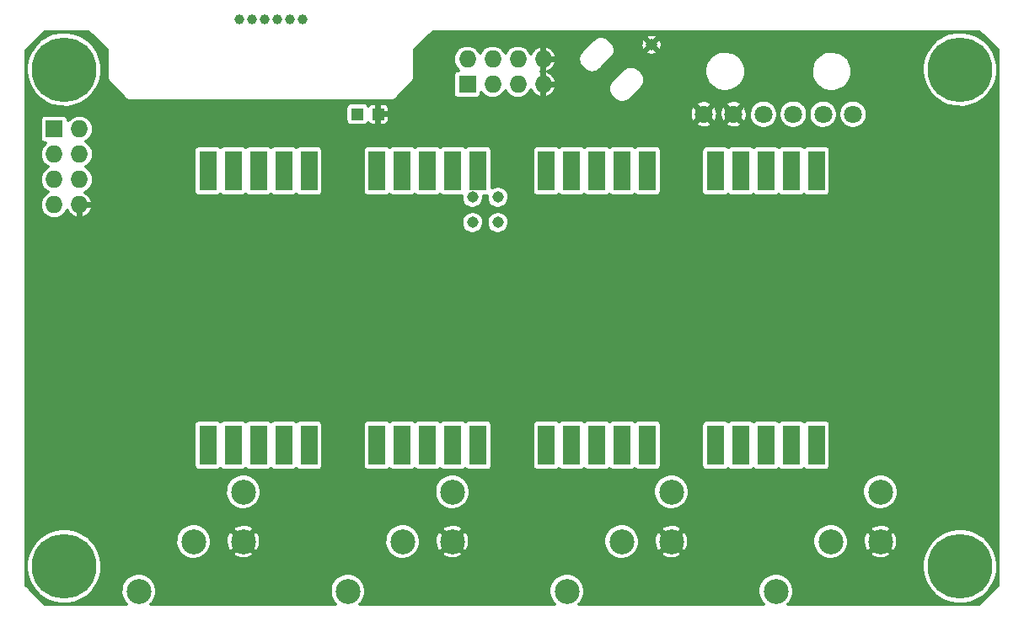
<source format=gbr>
G04 #@! TF.FileFunction,Copper,L2,Bot,Signal*
%FSLAX46Y46*%
G04 Gerber Fmt 4.6, Leading zero omitted, Abs format (unit mm)*
G04 Created by KiCad (PCBNEW (2015-08-16 BZR 6096, Git c63f6aa)-product) date Sun 16 Aug 2015 06:36:37 PM PDT*
%MOMM*%
G01*
G04 APERTURE LIST*
%ADD10C,0.100000*%
%ADD11C,6.500000*%
%ADD12C,1.143000*%
%ADD13R,1.727200X1.727200*%
%ADD14O,1.727200X1.727200*%
%ADD15C,2.500000*%
%ADD16C,1.000000*%
%ADD17C,1.800000*%
%ADD18R,1.198880X1.198880*%
%ADD19R,1.700000X4.000000*%
%ADD20C,0.380000*%
G04 APERTURE END LIST*
D10*
D11*
X105000000Y-59000000D03*
X195000000Y-59000000D03*
X105000000Y-109000000D03*
X195000000Y-109000000D03*
D12*
X164000000Y-56500000D03*
X146034000Y-74398000D03*
X148574000Y-74398000D03*
X146034000Y-71858000D03*
X148574000Y-71858000D03*
D13*
X145500000Y-60500000D03*
D14*
X145500000Y-57960000D03*
X148040000Y-60500000D03*
X148040000Y-57960000D03*
X150580000Y-60500000D03*
X150580000Y-57960000D03*
X153120000Y-60500000D03*
X153120000Y-57960000D03*
D13*
X104000000Y-65000000D03*
D14*
X106540000Y-65000000D03*
X104000000Y-67540000D03*
X106540000Y-67540000D03*
X104000000Y-70080000D03*
X106540000Y-70080000D03*
X104000000Y-72620000D03*
X106540000Y-72620000D03*
D15*
X123000000Y-101500000D03*
X112500000Y-111500000D03*
X123000000Y-106500000D03*
X118000000Y-106500000D03*
X144000000Y-101500000D03*
X133500000Y-111500000D03*
X144000000Y-106500000D03*
X139000000Y-106500000D03*
X166000000Y-101500000D03*
X155500000Y-111500000D03*
X166000000Y-106500000D03*
X161000000Y-106500000D03*
X187000000Y-101500000D03*
X176500000Y-111500000D03*
X187000000Y-106500000D03*
X182000000Y-106500000D03*
D16*
X188075000Y-77675000D03*
X188075000Y-76575000D03*
X189175000Y-76575000D03*
X189175000Y-77675000D03*
D17*
X184250000Y-63500000D03*
X181250000Y-63500000D03*
X178250000Y-63500000D03*
X175250000Y-63500000D03*
X172250000Y-63500000D03*
X169250000Y-63500000D03*
D18*
X136549020Y-63500000D03*
X134450980Y-63500000D03*
D16*
X128975000Y-53981000D03*
X127705000Y-53981000D03*
X126435000Y-53981000D03*
X125165000Y-53981000D03*
X123895000Y-53981000D03*
X122625000Y-53981000D03*
D19*
X180580000Y-96800000D03*
X178040000Y-96800000D03*
X175500000Y-96800000D03*
X172960000Y-96800000D03*
X170420000Y-96800000D03*
X170420000Y-69200000D03*
X172960000Y-69200000D03*
X175500000Y-69200000D03*
X178040000Y-69200000D03*
X180580000Y-69200000D03*
X163580000Y-96800000D03*
X161040000Y-96800000D03*
X158500000Y-96800000D03*
X155960000Y-96800000D03*
X153420000Y-96800000D03*
X153420000Y-69200000D03*
X155960000Y-69200000D03*
X158500000Y-69200000D03*
X161040000Y-69200000D03*
X163580000Y-69200000D03*
X146580000Y-96800000D03*
X144040000Y-96800000D03*
X141500000Y-96800000D03*
X138960000Y-96800000D03*
X136420000Y-96800000D03*
X136420000Y-69200000D03*
X138960000Y-69200000D03*
X141500000Y-69200000D03*
X144040000Y-69200000D03*
X146580000Y-69200000D03*
X129580000Y-96800000D03*
X127040000Y-96800000D03*
X124500000Y-96800000D03*
X121960000Y-96800000D03*
X119420000Y-96800000D03*
X119420000Y-69200000D03*
X121960000Y-69200000D03*
X124500000Y-69200000D03*
X127040000Y-69200000D03*
X129580000Y-69200000D03*
D20*
G36*
X107392849Y-55191934D02*
X107409546Y-55195942D01*
X107425409Y-55202513D01*
X107440049Y-55211484D01*
X107458797Y-55227497D01*
X109271178Y-57039878D01*
X109290699Y-57063664D01*
X109300778Y-57082522D01*
X109306985Y-57102982D01*
X109310000Y-57133595D01*
X109310000Y-59875736D01*
X109310915Y-59894358D01*
X109316679Y-59952885D01*
X109323946Y-59989418D01*
X109341018Y-60045696D01*
X109355271Y-60080106D01*
X109382994Y-60131972D01*
X109403687Y-60162942D01*
X109440996Y-60208403D01*
X109453518Y-60222218D01*
X111277782Y-62046482D01*
X111288736Y-62056608D01*
X111324532Y-62087181D01*
X111348654Y-62104707D01*
X111388793Y-62129304D01*
X111415357Y-62142839D01*
X111458849Y-62160854D01*
X111487203Y-62170067D01*
X111532978Y-62181057D01*
X111562429Y-62185721D01*
X111609359Y-62189414D01*
X111624264Y-62190000D01*
X137875736Y-62190000D01*
X137890641Y-62189414D01*
X137937571Y-62185721D01*
X137967022Y-62181057D01*
X138012797Y-62170067D01*
X138041151Y-62160854D01*
X138084643Y-62142839D01*
X138111207Y-62129304D01*
X138151346Y-62104707D01*
X138175468Y-62087181D01*
X138211264Y-62056608D01*
X138222218Y-62046482D01*
X140046482Y-60222218D01*
X140059004Y-60208403D01*
X140096313Y-60162942D01*
X140117006Y-60131972D01*
X140144729Y-60080106D01*
X140158982Y-60045696D01*
X140176054Y-59989418D01*
X140183321Y-59952885D01*
X140189085Y-59894358D01*
X140190000Y-59875736D01*
X140190000Y-59636400D01*
X144083739Y-59636400D01*
X144083739Y-61363600D01*
X144090723Y-61451185D01*
X144136728Y-61599740D01*
X144222297Y-61729596D01*
X144340656Y-61830472D01*
X144482432Y-61894381D01*
X144636400Y-61916261D01*
X146363600Y-61916261D01*
X146451185Y-61909277D01*
X146599740Y-61863272D01*
X146729596Y-61777703D01*
X146830472Y-61659344D01*
X146894381Y-61517568D01*
X146916261Y-61363600D01*
X146916261Y-61354930D01*
X147036951Y-61502911D01*
X147249525Y-61678768D01*
X147492208Y-61809986D01*
X147755756Y-61891568D01*
X148030131Y-61920406D01*
X148304882Y-61895401D01*
X148569544Y-61817507D01*
X148814035Y-61689690D01*
X149029044Y-61516819D01*
X149206380Y-61305477D01*
X149310541Y-61116009D01*
X149402583Y-61289114D01*
X149576951Y-61502911D01*
X149789525Y-61678768D01*
X150032208Y-61809986D01*
X150295756Y-61891568D01*
X150570131Y-61920406D01*
X150844882Y-61895401D01*
X151109544Y-61817507D01*
X151354035Y-61689690D01*
X151569044Y-61516819D01*
X151746380Y-61305477D01*
X151879290Y-61063716D01*
X151885297Y-61044779D01*
X151903117Y-61092826D01*
X152042154Y-61318837D01*
X152222612Y-61513381D01*
X152437556Y-61668981D01*
X152678726Y-61779658D01*
X152775968Y-61809150D01*
X152985000Y-61723676D01*
X152985000Y-60635000D01*
X153255000Y-60635000D01*
X153255000Y-61723676D01*
X153464032Y-61809150D01*
X153561274Y-61779658D01*
X153802444Y-61668981D01*
X154017388Y-61513381D01*
X154197846Y-61318837D01*
X154336883Y-61092826D01*
X154374256Y-60992057D01*
X159651620Y-60992057D01*
X159652349Y-60999771D01*
X159662210Y-61096855D01*
X159672155Y-61146177D01*
X159681405Y-61195608D01*
X159683619Y-61203034D01*
X159712149Y-61296353D01*
X159731470Y-61342769D01*
X159750162Y-61389501D01*
X159753776Y-61396356D01*
X159799889Y-61482356D01*
X159827870Y-61524152D01*
X159855268Y-61566342D01*
X159860144Y-61572364D01*
X159922083Y-61647770D01*
X159938545Y-61664231D01*
X159953066Y-61682422D01*
X159958507Y-61687939D01*
X160312061Y-62041493D01*
X160312129Y-62041549D01*
X160313413Y-62042842D01*
X160315890Y-62045302D01*
X160334685Y-62060632D01*
X160351719Y-62077906D01*
X160357707Y-62082824D01*
X160433544Y-62144236D01*
X160475527Y-62171919D01*
X160517145Y-62200202D01*
X160523974Y-62203863D01*
X160610294Y-62249374D01*
X160656881Y-62268386D01*
X160703171Y-62288035D01*
X160710582Y-62290301D01*
X160804098Y-62318179D01*
X160853474Y-62327776D01*
X160902710Y-62338063D01*
X160910419Y-62338846D01*
X161007569Y-62348030D01*
X161057883Y-62347854D01*
X161108178Y-62348381D01*
X161115881Y-62347652D01*
X161115886Y-62347652D01*
X161115890Y-62347651D01*
X161115892Y-62347651D01*
X161212977Y-62337789D01*
X161262263Y-62327851D01*
X161311725Y-62318595D01*
X161319151Y-62316381D01*
X161412470Y-62287851D01*
X161458886Y-62268530D01*
X161505618Y-62249838D01*
X161512473Y-62246224D01*
X161598473Y-62200111D01*
X161640269Y-62172130D01*
X161682459Y-62144732D01*
X161688481Y-62139856D01*
X161763887Y-62077917D01*
X161780348Y-62061455D01*
X161798539Y-62046934D01*
X161804056Y-62041493D01*
X163041493Y-60804056D01*
X163041558Y-60803977D01*
X163042841Y-60802703D01*
X163045301Y-60800226D01*
X163060631Y-60781431D01*
X163077905Y-60764397D01*
X163082823Y-60758409D01*
X163144235Y-60682572D01*
X163171918Y-60640589D01*
X163200201Y-60598971D01*
X163203862Y-60592142D01*
X163249373Y-60505822D01*
X163268382Y-60459243D01*
X163288032Y-60412950D01*
X163290298Y-60405540D01*
X163318177Y-60312024D01*
X163327772Y-60262660D01*
X163338063Y-60213401D01*
X163338846Y-60205691D01*
X163348029Y-60108541D01*
X163347853Y-60058270D01*
X163348380Y-60007944D01*
X163347651Y-60000229D01*
X163337790Y-59903146D01*
X163327846Y-59853830D01*
X163318595Y-59804393D01*
X163316381Y-59796966D01*
X163287851Y-59703647D01*
X163268518Y-59657203D01*
X163249838Y-59610499D01*
X163246224Y-59603645D01*
X163200111Y-59517644D01*
X163172130Y-59475848D01*
X163144732Y-59433658D01*
X163139855Y-59427636D01*
X163078032Y-59352370D01*
X169347305Y-59352370D01*
X169419879Y-59747791D01*
X169567874Y-60121585D01*
X169785655Y-60459514D01*
X170064926Y-60748707D01*
X170395049Y-60978149D01*
X170763450Y-61139099D01*
X171156097Y-61225429D01*
X171558035Y-61233848D01*
X171953953Y-61164037D01*
X172328771Y-61018654D01*
X172668213Y-60803238D01*
X172959348Y-60525994D01*
X173191089Y-60197480D01*
X173354608Y-59830211D01*
X173443676Y-59438176D01*
X173444874Y-59352370D01*
X180047305Y-59352370D01*
X180119879Y-59747791D01*
X180267874Y-60121585D01*
X180485655Y-60459514D01*
X180764926Y-60748707D01*
X181095049Y-60978149D01*
X181463450Y-61139099D01*
X181856097Y-61225429D01*
X182258035Y-61233848D01*
X182653953Y-61164037D01*
X183028771Y-61018654D01*
X183368213Y-60803238D01*
X183659348Y-60525994D01*
X183891089Y-60197480D01*
X184054608Y-59830211D01*
X184143676Y-59438176D01*
X184145332Y-59319514D01*
X191195005Y-59319514D01*
X191329531Y-60052490D01*
X191603864Y-60745377D01*
X192007555Y-61371783D01*
X192525227Y-61907848D01*
X193137163Y-62333154D01*
X193820054Y-62631502D01*
X194547888Y-62791527D01*
X195292943Y-62807133D01*
X196026840Y-62677727D01*
X196721625Y-62408238D01*
X197350834Y-62008930D01*
X197890500Y-61495013D01*
X198320068Y-60886061D01*
X198623176Y-60205270D01*
X198788278Y-59478571D01*
X198800163Y-58627391D01*
X198655416Y-57896365D01*
X198371436Y-57207376D01*
X197959038Y-56586668D01*
X197433931Y-56057882D01*
X196816117Y-55641161D01*
X196129128Y-55352378D01*
X195399130Y-55202531D01*
X194653930Y-55197328D01*
X193921911Y-55336968D01*
X193230956Y-55616132D01*
X192607384Y-56024186D01*
X192074946Y-56545588D01*
X191653922Y-57160478D01*
X191360349Y-57845435D01*
X191205409Y-58574368D01*
X191195005Y-59319514D01*
X184145332Y-59319514D01*
X184150088Y-58978987D01*
X184072001Y-58584618D01*
X183918801Y-58212927D01*
X183696323Y-57878071D01*
X183413042Y-57592805D01*
X183079747Y-57367995D01*
X182709135Y-57212204D01*
X182315320Y-57131365D01*
X181913304Y-57128559D01*
X181518399Y-57203891D01*
X181145648Y-57354492D01*
X180809247Y-57574627D01*
X180522010Y-57855910D01*
X180294879Y-58187626D01*
X180136504Y-58557143D01*
X180052919Y-58950383D01*
X180047305Y-59352370D01*
X173444874Y-59352370D01*
X173450088Y-58978987D01*
X173372001Y-58584618D01*
X173218801Y-58212927D01*
X172996323Y-57878071D01*
X172713042Y-57592805D01*
X172379747Y-57367995D01*
X172009135Y-57212204D01*
X171615320Y-57131365D01*
X171213304Y-57128559D01*
X170818399Y-57203891D01*
X170445648Y-57354492D01*
X170109247Y-57574627D01*
X169822010Y-57855910D01*
X169594879Y-58187626D01*
X169436504Y-58557143D01*
X169352919Y-58950383D01*
X169347305Y-59352370D01*
X163078032Y-59352370D01*
X163077917Y-59352230D01*
X163061459Y-59335773D01*
X163046935Y-59317578D01*
X163041493Y-59312061D01*
X162687939Y-58958507D01*
X162687871Y-58958451D01*
X162686587Y-58957158D01*
X162684110Y-58954698D01*
X162665315Y-58939368D01*
X162648281Y-58922094D01*
X162642293Y-58917176D01*
X162566457Y-58855765D01*
X162524489Y-58828092D01*
X162482856Y-58799799D01*
X162476026Y-58796137D01*
X162389706Y-58750626D01*
X162343160Y-58731631D01*
X162296829Y-58711965D01*
X162289418Y-58709699D01*
X162195902Y-58681821D01*
X162146526Y-58672224D01*
X162097290Y-58661937D01*
X162089580Y-58661154D01*
X161992431Y-58651970D01*
X161942118Y-58652146D01*
X161891823Y-58651619D01*
X161884108Y-58652348D01*
X161787024Y-58662211D01*
X161737744Y-58672148D01*
X161688276Y-58681405D01*
X161680849Y-58683619D01*
X161587530Y-58712149D01*
X161541086Y-58731482D01*
X161494382Y-58750162D01*
X161487535Y-58753772D01*
X161487531Y-58753774D01*
X161487528Y-58753776D01*
X161401527Y-58799889D01*
X161359731Y-58827870D01*
X161317541Y-58855268D01*
X161311519Y-58860145D01*
X161236113Y-58922083D01*
X161219652Y-58938545D01*
X161201461Y-58953066D01*
X161195944Y-58958507D01*
X159958507Y-60195944D01*
X159958442Y-60196023D01*
X159957159Y-60197297D01*
X159954699Y-60199774D01*
X159939369Y-60218569D01*
X159922095Y-60235603D01*
X159917177Y-60241591D01*
X159855766Y-60317427D01*
X159828093Y-60359395D01*
X159799800Y-60401028D01*
X159796138Y-60407858D01*
X159750627Y-60494178D01*
X159731630Y-60540729D01*
X159711968Y-60587050D01*
X159709702Y-60594461D01*
X159681823Y-60687976D01*
X159672226Y-60737348D01*
X159661937Y-60786600D01*
X159661154Y-60794309D01*
X159651971Y-60891459D01*
X159652147Y-60941731D01*
X159651620Y-60992057D01*
X154374256Y-60992057D01*
X154429156Y-60844033D01*
X154344357Y-60635000D01*
X153255000Y-60635000D01*
X152985000Y-60635000D01*
X152965000Y-60635000D01*
X152965000Y-60365000D01*
X152985000Y-60365000D01*
X152985000Y-59276324D01*
X152871712Y-59230000D01*
X152985000Y-59183676D01*
X152985000Y-58095000D01*
X153255000Y-58095000D01*
X153255000Y-59183676D01*
X153368288Y-59230000D01*
X153255000Y-59276324D01*
X153255000Y-60365000D01*
X154344357Y-60365000D01*
X154429156Y-60155967D01*
X154336883Y-59907174D01*
X154197846Y-59681163D01*
X154017388Y-59486619D01*
X153802444Y-59331019D01*
X153582319Y-59230000D01*
X153802444Y-59128981D01*
X154017388Y-58973381D01*
X154197846Y-58778837D01*
X154336883Y-58552826D01*
X154429156Y-58304033D01*
X154344357Y-58095000D01*
X153255000Y-58095000D01*
X152985000Y-58095000D01*
X152965000Y-58095000D01*
X152965000Y-57992057D01*
X156651620Y-57992057D01*
X156652349Y-57999771D01*
X156662210Y-58096855D01*
X156672155Y-58146177D01*
X156681405Y-58195608D01*
X156683619Y-58203034D01*
X156712149Y-58296353D01*
X156731470Y-58342769D01*
X156750162Y-58389501D01*
X156753776Y-58396356D01*
X156799889Y-58482356D01*
X156827870Y-58524152D01*
X156855268Y-58566342D01*
X156860144Y-58572364D01*
X156922083Y-58647770D01*
X156938545Y-58664231D01*
X156953066Y-58682422D01*
X156958507Y-58687939D01*
X157312061Y-59041493D01*
X157312129Y-59041549D01*
X157313413Y-59042842D01*
X157315890Y-59045302D01*
X157334685Y-59060632D01*
X157351719Y-59077906D01*
X157357707Y-59082824D01*
X157433544Y-59144236D01*
X157475527Y-59171919D01*
X157517145Y-59200202D01*
X157523974Y-59203863D01*
X157610294Y-59249374D01*
X157656881Y-59268386D01*
X157703171Y-59288035D01*
X157710582Y-59290301D01*
X157804098Y-59318179D01*
X157853474Y-59327776D01*
X157902710Y-59338063D01*
X157910419Y-59338846D01*
X158007569Y-59348030D01*
X158057883Y-59347854D01*
X158108178Y-59348381D01*
X158115881Y-59347652D01*
X158115886Y-59347652D01*
X158115890Y-59347651D01*
X158115892Y-59347651D01*
X158212977Y-59337789D01*
X158262263Y-59327851D01*
X158311725Y-59318595D01*
X158319151Y-59316381D01*
X158412470Y-59287851D01*
X158458886Y-59268530D01*
X158505618Y-59249838D01*
X158512473Y-59246224D01*
X158598473Y-59200111D01*
X158640269Y-59172130D01*
X158682459Y-59144732D01*
X158688481Y-59139856D01*
X158763887Y-59077917D01*
X158780348Y-59061455D01*
X158798539Y-59046934D01*
X158804056Y-59041493D01*
X160041493Y-57804056D01*
X160041558Y-57803977D01*
X160042841Y-57802703D01*
X160045301Y-57800226D01*
X160060631Y-57781431D01*
X160077905Y-57764397D01*
X160082823Y-57758409D01*
X160144235Y-57682572D01*
X160171918Y-57640589D01*
X160200201Y-57598971D01*
X160203862Y-57592142D01*
X160249373Y-57505822D01*
X160268382Y-57459243D01*
X160288032Y-57412950D01*
X160290298Y-57405540D01*
X160318177Y-57312024D01*
X160327772Y-57262660D01*
X160329120Y-57256204D01*
X163434715Y-57256204D01*
X163487307Y-57435338D01*
X163679633Y-57517387D01*
X163884271Y-57560338D01*
X164093357Y-57562542D01*
X164298855Y-57523913D01*
X164492868Y-57445934D01*
X164512693Y-57435338D01*
X164565285Y-57256204D01*
X164000000Y-56690919D01*
X163434715Y-57256204D01*
X160329120Y-57256204D01*
X160338063Y-57213401D01*
X160338846Y-57205691D01*
X160348029Y-57108541D01*
X160347853Y-57058270D01*
X160348380Y-57007944D01*
X160347651Y-57000229D01*
X160337790Y-56903146D01*
X160327846Y-56853830D01*
X160318595Y-56804393D01*
X160316381Y-56796966D01*
X160287851Y-56703647D01*
X160268518Y-56657203D01*
X160249838Y-56610499D01*
X160246224Y-56603645D01*
X160240708Y-56593357D01*
X162937458Y-56593357D01*
X162976087Y-56798855D01*
X163054066Y-56992868D01*
X163064662Y-57012693D01*
X163243796Y-57065285D01*
X163809081Y-56500000D01*
X164190919Y-56500000D01*
X164756204Y-57065285D01*
X164935338Y-57012693D01*
X165017387Y-56820367D01*
X165060338Y-56615729D01*
X165062542Y-56406643D01*
X165023913Y-56201145D01*
X164945934Y-56007132D01*
X164935338Y-55987307D01*
X164756204Y-55934715D01*
X164190919Y-56500000D01*
X163809081Y-56500000D01*
X163243796Y-55934715D01*
X163064662Y-55987307D01*
X162982613Y-56179633D01*
X162939662Y-56384271D01*
X162937458Y-56593357D01*
X160240708Y-56593357D01*
X160200111Y-56517644D01*
X160172130Y-56475848D01*
X160144732Y-56433658D01*
X160139855Y-56427636D01*
X160077917Y-56352230D01*
X160061459Y-56335773D01*
X160046935Y-56317578D01*
X160041493Y-56312061D01*
X159687939Y-55958507D01*
X159687871Y-55958451D01*
X159686587Y-55957158D01*
X159684110Y-55954698D01*
X159665315Y-55939368D01*
X159648281Y-55922094D01*
X159642293Y-55917176D01*
X159566457Y-55855765D01*
X159524489Y-55828092D01*
X159482856Y-55799799D01*
X159476026Y-55796137D01*
X159389706Y-55750626D01*
X159372970Y-55743796D01*
X163434715Y-55743796D01*
X164000000Y-56309081D01*
X164565285Y-55743796D01*
X164512693Y-55564662D01*
X164320367Y-55482613D01*
X164115729Y-55439662D01*
X163906643Y-55437458D01*
X163701145Y-55476087D01*
X163507132Y-55554066D01*
X163487307Y-55564662D01*
X163434715Y-55743796D01*
X159372970Y-55743796D01*
X159343160Y-55731631D01*
X159296829Y-55711965D01*
X159289418Y-55709699D01*
X159195902Y-55681821D01*
X159146526Y-55672224D01*
X159097290Y-55661937D01*
X159089580Y-55661154D01*
X158992431Y-55651970D01*
X158942118Y-55652146D01*
X158891823Y-55651619D01*
X158884108Y-55652348D01*
X158787024Y-55662211D01*
X158737744Y-55672148D01*
X158688276Y-55681405D01*
X158680849Y-55683619D01*
X158587530Y-55712149D01*
X158541086Y-55731482D01*
X158494382Y-55750162D01*
X158487535Y-55753772D01*
X158487531Y-55753774D01*
X158487528Y-55753776D01*
X158401527Y-55799889D01*
X158359731Y-55827870D01*
X158317541Y-55855268D01*
X158311519Y-55860145D01*
X158236113Y-55922083D01*
X158219652Y-55938545D01*
X158201461Y-55953066D01*
X158195944Y-55958507D01*
X156958507Y-57195944D01*
X156958442Y-57196023D01*
X156957159Y-57197297D01*
X156954699Y-57199774D01*
X156939369Y-57218569D01*
X156922095Y-57235603D01*
X156917177Y-57241591D01*
X156855766Y-57317427D01*
X156828093Y-57359395D01*
X156799800Y-57401028D01*
X156796138Y-57407858D01*
X156750627Y-57494178D01*
X156731630Y-57540729D01*
X156711968Y-57587050D01*
X156709702Y-57594461D01*
X156681823Y-57687976D01*
X156672226Y-57737348D01*
X156661937Y-57786600D01*
X156661154Y-57794309D01*
X156651971Y-57891459D01*
X156652147Y-57941731D01*
X156651620Y-57992057D01*
X152965000Y-57992057D01*
X152965000Y-57825000D01*
X152985000Y-57825000D01*
X152985000Y-56736324D01*
X153255000Y-56736324D01*
X153255000Y-57825000D01*
X154344357Y-57825000D01*
X154429156Y-57615967D01*
X154336883Y-57367174D01*
X154197846Y-57141163D01*
X154017388Y-56946619D01*
X153802444Y-56791019D01*
X153561274Y-56680342D01*
X153464032Y-56650850D01*
X153255000Y-56736324D01*
X152985000Y-56736324D01*
X152775968Y-56650850D01*
X152678726Y-56680342D01*
X152437556Y-56791019D01*
X152222612Y-56946619D01*
X152042154Y-57141163D01*
X151903117Y-57367174D01*
X151886134Y-57412966D01*
X151757417Y-57170886D01*
X151583049Y-56957089D01*
X151370475Y-56781232D01*
X151127792Y-56650014D01*
X150864244Y-56568432D01*
X150589869Y-56539594D01*
X150315118Y-56564599D01*
X150050456Y-56642493D01*
X149805965Y-56770310D01*
X149590956Y-56943181D01*
X149413620Y-57154523D01*
X149309459Y-57343991D01*
X149217417Y-57170886D01*
X149043049Y-56957089D01*
X148830475Y-56781232D01*
X148587792Y-56650014D01*
X148324244Y-56568432D01*
X148049869Y-56539594D01*
X147775118Y-56564599D01*
X147510456Y-56642493D01*
X147265965Y-56770310D01*
X147050956Y-56943181D01*
X146873620Y-57154523D01*
X146769459Y-57343991D01*
X146677417Y-57170886D01*
X146503049Y-56957089D01*
X146290475Y-56781232D01*
X146047792Y-56650014D01*
X145784244Y-56568432D01*
X145509869Y-56539594D01*
X145235118Y-56564599D01*
X144970456Y-56642493D01*
X144725965Y-56770310D01*
X144510956Y-56943181D01*
X144333620Y-57154523D01*
X144200710Y-57396284D01*
X144117291Y-57659256D01*
X144086538Y-57933423D01*
X144086400Y-57953160D01*
X144086400Y-57966840D01*
X144113322Y-58241410D01*
X144193062Y-58505521D01*
X144322583Y-58749114D01*
X144496951Y-58962911D01*
X144643007Y-59083739D01*
X144636400Y-59083739D01*
X144548815Y-59090723D01*
X144400260Y-59136728D01*
X144270404Y-59222297D01*
X144169528Y-59340656D01*
X144105619Y-59482432D01*
X144083739Y-59636400D01*
X140190000Y-59636400D01*
X140190000Y-57133595D01*
X140193015Y-57102982D01*
X140199222Y-57082522D01*
X140209301Y-57063664D01*
X140228822Y-57039878D01*
X142041203Y-55227497D01*
X142059951Y-55211484D01*
X142074591Y-55202513D01*
X142090454Y-55195942D01*
X142107151Y-55191934D01*
X142131722Y-55190000D01*
X196868278Y-55190000D01*
X196892849Y-55191934D01*
X196909546Y-55195942D01*
X196925409Y-55202513D01*
X196940049Y-55211484D01*
X196958797Y-55227497D01*
X198771178Y-57039878D01*
X198790699Y-57063664D01*
X198800778Y-57082522D01*
X198806985Y-57102982D01*
X198810000Y-57133595D01*
X198810000Y-110866405D01*
X198806985Y-110897018D01*
X198800778Y-110917478D01*
X198790699Y-110936336D01*
X198771178Y-110960122D01*
X196960122Y-112771178D01*
X196936336Y-112790699D01*
X196917478Y-112800778D01*
X196897018Y-112806985D01*
X196866405Y-112810000D01*
X177734611Y-112810000D01*
X177869184Y-112681848D01*
X178072663Y-112393397D01*
X178216241Y-112070917D01*
X178294447Y-111726691D01*
X178300077Y-111323501D01*
X178231512Y-110977226D01*
X178096995Y-110650863D01*
X177901649Y-110356843D01*
X177652915Y-110106366D01*
X177360266Y-109908972D01*
X177034850Y-109772179D01*
X176689062Y-109701199D01*
X176336072Y-109698735D01*
X175989326Y-109764880D01*
X175662032Y-109897116D01*
X175366656Y-110090404D01*
X175114449Y-110337384D01*
X174915016Y-110628648D01*
X174775955Y-110953101D01*
X174702563Y-111298385D01*
X174697634Y-111651349D01*
X174761357Y-111998548D01*
X174891305Y-112326757D01*
X175082527Y-112623476D01*
X175262651Y-112810000D01*
X156734611Y-112810000D01*
X156869184Y-112681848D01*
X157072663Y-112393397D01*
X157216241Y-112070917D01*
X157294447Y-111726691D01*
X157300077Y-111323501D01*
X157231512Y-110977226D01*
X157096995Y-110650863D01*
X156901649Y-110356843D01*
X156652915Y-110106366D01*
X156360266Y-109908972D01*
X156034850Y-109772179D01*
X155689062Y-109701199D01*
X155336072Y-109698735D01*
X154989326Y-109764880D01*
X154662032Y-109897116D01*
X154366656Y-110090404D01*
X154114449Y-110337384D01*
X153915016Y-110628648D01*
X153775955Y-110953101D01*
X153702563Y-111298385D01*
X153697634Y-111651349D01*
X153761357Y-111998548D01*
X153891305Y-112326757D01*
X154082527Y-112623476D01*
X154262651Y-112810000D01*
X134734611Y-112810000D01*
X134869184Y-112681848D01*
X135072663Y-112393397D01*
X135216241Y-112070917D01*
X135294447Y-111726691D01*
X135300077Y-111323501D01*
X135231512Y-110977226D01*
X135096995Y-110650863D01*
X134901649Y-110356843D01*
X134652915Y-110106366D01*
X134360266Y-109908972D01*
X134034850Y-109772179D01*
X133689062Y-109701199D01*
X133336072Y-109698735D01*
X132989326Y-109764880D01*
X132662032Y-109897116D01*
X132366656Y-110090404D01*
X132114449Y-110337384D01*
X131915016Y-110628648D01*
X131775955Y-110953101D01*
X131702563Y-111298385D01*
X131697634Y-111651349D01*
X131761357Y-111998548D01*
X131891305Y-112326757D01*
X132082527Y-112623476D01*
X132262651Y-112810000D01*
X113734611Y-112810000D01*
X113869184Y-112681848D01*
X114072663Y-112393397D01*
X114216241Y-112070917D01*
X114294447Y-111726691D01*
X114300077Y-111323501D01*
X114231512Y-110977226D01*
X114096995Y-110650863D01*
X113901649Y-110356843D01*
X113652915Y-110106366D01*
X113360266Y-109908972D01*
X113034850Y-109772179D01*
X112689062Y-109701199D01*
X112336072Y-109698735D01*
X111989326Y-109764880D01*
X111662032Y-109897116D01*
X111366656Y-110090404D01*
X111114449Y-110337384D01*
X110915016Y-110628648D01*
X110775955Y-110953101D01*
X110702563Y-111298385D01*
X110697634Y-111651349D01*
X110761357Y-111998548D01*
X110891305Y-112326757D01*
X111082527Y-112623476D01*
X111262651Y-112810000D01*
X103133595Y-112810000D01*
X103102982Y-112806985D01*
X103082522Y-112800778D01*
X103063664Y-112790699D01*
X103039878Y-112771178D01*
X101228822Y-110960122D01*
X101209301Y-110936336D01*
X101199222Y-110917478D01*
X101193015Y-110897018D01*
X101190000Y-110866405D01*
X101190000Y-109319514D01*
X101195005Y-109319514D01*
X101329531Y-110052490D01*
X101603864Y-110745377D01*
X102007555Y-111371783D01*
X102525227Y-111907848D01*
X103137163Y-112333154D01*
X103820054Y-112631502D01*
X104547888Y-112791527D01*
X105292943Y-112807133D01*
X106026840Y-112677727D01*
X106721625Y-112408238D01*
X107350834Y-112008930D01*
X107890500Y-111495013D01*
X108320068Y-110886061D01*
X108623176Y-110205270D01*
X108788278Y-109478571D01*
X108790498Y-109319514D01*
X191195005Y-109319514D01*
X191329531Y-110052490D01*
X191603864Y-110745377D01*
X192007555Y-111371783D01*
X192525227Y-111907848D01*
X193137163Y-112333154D01*
X193820054Y-112631502D01*
X194547888Y-112791527D01*
X195292943Y-112807133D01*
X196026840Y-112677727D01*
X196721625Y-112408238D01*
X197350834Y-112008930D01*
X197890500Y-111495013D01*
X198320068Y-110886061D01*
X198623176Y-110205270D01*
X198788278Y-109478571D01*
X198800163Y-108627391D01*
X198655416Y-107896365D01*
X198371436Y-107207376D01*
X197959038Y-106586668D01*
X197433931Y-106057882D01*
X196816117Y-105641161D01*
X196129128Y-105352378D01*
X195399130Y-105202531D01*
X194653930Y-105197328D01*
X193921911Y-105336968D01*
X193230956Y-105616132D01*
X192607384Y-106024186D01*
X192074946Y-106545588D01*
X191653922Y-107160478D01*
X191360349Y-107845435D01*
X191205409Y-108574368D01*
X191195005Y-109319514D01*
X108790498Y-109319514D01*
X108800163Y-108627391D01*
X108655416Y-107896365D01*
X108371436Y-107207376D01*
X108002013Y-106651349D01*
X116197634Y-106651349D01*
X116261357Y-106998548D01*
X116391305Y-107326757D01*
X116582527Y-107623476D01*
X116827740Y-107877401D01*
X117117604Y-108078862D01*
X117441078Y-108220184D01*
X117785842Y-108295986D01*
X118138762Y-108303378D01*
X118486398Y-108242081D01*
X118815506Y-108114428D01*
X119113552Y-107925282D01*
X119306870Y-107741188D01*
X121949731Y-107741188D01*
X122084590Y-107989629D01*
X122392791Y-108139593D01*
X122724327Y-108226550D01*
X123066457Y-108247155D01*
X123406033Y-108200619D01*
X123730006Y-108088729D01*
X123915410Y-107989629D01*
X124050269Y-107741188D01*
X123000000Y-106690919D01*
X121949731Y-107741188D01*
X119306870Y-107741188D01*
X119369184Y-107681848D01*
X119572663Y-107393397D01*
X119716241Y-107070917D01*
X119794447Y-106726691D01*
X119796684Y-106566457D01*
X121252845Y-106566457D01*
X121299381Y-106906033D01*
X121411271Y-107230006D01*
X121510371Y-107415410D01*
X121758812Y-107550269D01*
X122809081Y-106500000D01*
X123190919Y-106500000D01*
X124241188Y-107550269D01*
X124489629Y-107415410D01*
X124639593Y-107107209D01*
X124726550Y-106775673D01*
X124734037Y-106651349D01*
X137197634Y-106651349D01*
X137261357Y-106998548D01*
X137391305Y-107326757D01*
X137582527Y-107623476D01*
X137827740Y-107877401D01*
X138117604Y-108078862D01*
X138441078Y-108220184D01*
X138785842Y-108295986D01*
X139138762Y-108303378D01*
X139486398Y-108242081D01*
X139815506Y-108114428D01*
X140113552Y-107925282D01*
X140306870Y-107741188D01*
X142949731Y-107741188D01*
X143084590Y-107989629D01*
X143392791Y-108139593D01*
X143724327Y-108226550D01*
X144066457Y-108247155D01*
X144406033Y-108200619D01*
X144730006Y-108088729D01*
X144915410Y-107989629D01*
X145050269Y-107741188D01*
X144000000Y-106690919D01*
X142949731Y-107741188D01*
X140306870Y-107741188D01*
X140369184Y-107681848D01*
X140572663Y-107393397D01*
X140716241Y-107070917D01*
X140794447Y-106726691D01*
X140796684Y-106566457D01*
X142252845Y-106566457D01*
X142299381Y-106906033D01*
X142411271Y-107230006D01*
X142510371Y-107415410D01*
X142758812Y-107550269D01*
X143809081Y-106500000D01*
X144190919Y-106500000D01*
X145241188Y-107550269D01*
X145489629Y-107415410D01*
X145639593Y-107107209D01*
X145726550Y-106775673D01*
X145734037Y-106651349D01*
X159197634Y-106651349D01*
X159261357Y-106998548D01*
X159391305Y-107326757D01*
X159582527Y-107623476D01*
X159827740Y-107877401D01*
X160117604Y-108078862D01*
X160441078Y-108220184D01*
X160785842Y-108295986D01*
X161138762Y-108303378D01*
X161486398Y-108242081D01*
X161815506Y-108114428D01*
X162113552Y-107925282D01*
X162306870Y-107741188D01*
X164949731Y-107741188D01*
X165084590Y-107989629D01*
X165392791Y-108139593D01*
X165724327Y-108226550D01*
X166066457Y-108247155D01*
X166406033Y-108200619D01*
X166730006Y-108088729D01*
X166915410Y-107989629D01*
X167050269Y-107741188D01*
X166000000Y-106690919D01*
X164949731Y-107741188D01*
X162306870Y-107741188D01*
X162369184Y-107681848D01*
X162572663Y-107393397D01*
X162716241Y-107070917D01*
X162794447Y-106726691D01*
X162796684Y-106566457D01*
X164252845Y-106566457D01*
X164299381Y-106906033D01*
X164411271Y-107230006D01*
X164510371Y-107415410D01*
X164758812Y-107550269D01*
X165809081Y-106500000D01*
X166190919Y-106500000D01*
X167241188Y-107550269D01*
X167489629Y-107415410D01*
X167639593Y-107107209D01*
X167726550Y-106775673D01*
X167734037Y-106651349D01*
X180197634Y-106651349D01*
X180261357Y-106998548D01*
X180391305Y-107326757D01*
X180582527Y-107623476D01*
X180827740Y-107877401D01*
X181117604Y-108078862D01*
X181441078Y-108220184D01*
X181785842Y-108295986D01*
X182138762Y-108303378D01*
X182486398Y-108242081D01*
X182815506Y-108114428D01*
X183113552Y-107925282D01*
X183306870Y-107741188D01*
X185949731Y-107741188D01*
X186084590Y-107989629D01*
X186392791Y-108139593D01*
X186724327Y-108226550D01*
X187066457Y-108247155D01*
X187406033Y-108200619D01*
X187730006Y-108088729D01*
X187915410Y-107989629D01*
X188050269Y-107741188D01*
X187000000Y-106690919D01*
X185949731Y-107741188D01*
X183306870Y-107741188D01*
X183369184Y-107681848D01*
X183572663Y-107393397D01*
X183716241Y-107070917D01*
X183794447Y-106726691D01*
X183796684Y-106566457D01*
X185252845Y-106566457D01*
X185299381Y-106906033D01*
X185411271Y-107230006D01*
X185510371Y-107415410D01*
X185758812Y-107550269D01*
X186809081Y-106500000D01*
X187190919Y-106500000D01*
X188241188Y-107550269D01*
X188489629Y-107415410D01*
X188639593Y-107107209D01*
X188726550Y-106775673D01*
X188747155Y-106433543D01*
X188700619Y-106093967D01*
X188588729Y-105769994D01*
X188489629Y-105584590D01*
X188241188Y-105449731D01*
X187190919Y-106500000D01*
X186809081Y-106500000D01*
X185758812Y-105449731D01*
X185510371Y-105584590D01*
X185360407Y-105892791D01*
X185273450Y-106224327D01*
X185252845Y-106566457D01*
X183796684Y-106566457D01*
X183800077Y-106323501D01*
X183731512Y-105977226D01*
X183596995Y-105650863D01*
X183401649Y-105356843D01*
X183304301Y-105258812D01*
X185949731Y-105258812D01*
X187000000Y-106309081D01*
X188050269Y-105258812D01*
X187915410Y-105010371D01*
X187607209Y-104860407D01*
X187275673Y-104773450D01*
X186933543Y-104752845D01*
X186593967Y-104799381D01*
X186269994Y-104911271D01*
X186084590Y-105010371D01*
X185949731Y-105258812D01*
X183304301Y-105258812D01*
X183152915Y-105106366D01*
X182860266Y-104908972D01*
X182534850Y-104772179D01*
X182189062Y-104701199D01*
X181836072Y-104698735D01*
X181489326Y-104764880D01*
X181162032Y-104897116D01*
X180866656Y-105090404D01*
X180614449Y-105337384D01*
X180415016Y-105628648D01*
X180275955Y-105953101D01*
X180202563Y-106298385D01*
X180197634Y-106651349D01*
X167734037Y-106651349D01*
X167747155Y-106433543D01*
X167700619Y-106093967D01*
X167588729Y-105769994D01*
X167489629Y-105584590D01*
X167241188Y-105449731D01*
X166190919Y-106500000D01*
X165809081Y-106500000D01*
X164758812Y-105449731D01*
X164510371Y-105584590D01*
X164360407Y-105892791D01*
X164273450Y-106224327D01*
X164252845Y-106566457D01*
X162796684Y-106566457D01*
X162800077Y-106323501D01*
X162731512Y-105977226D01*
X162596995Y-105650863D01*
X162401649Y-105356843D01*
X162304301Y-105258812D01*
X164949731Y-105258812D01*
X166000000Y-106309081D01*
X167050269Y-105258812D01*
X166915410Y-105010371D01*
X166607209Y-104860407D01*
X166275673Y-104773450D01*
X165933543Y-104752845D01*
X165593967Y-104799381D01*
X165269994Y-104911271D01*
X165084590Y-105010371D01*
X164949731Y-105258812D01*
X162304301Y-105258812D01*
X162152915Y-105106366D01*
X161860266Y-104908972D01*
X161534850Y-104772179D01*
X161189062Y-104701199D01*
X160836072Y-104698735D01*
X160489326Y-104764880D01*
X160162032Y-104897116D01*
X159866656Y-105090404D01*
X159614449Y-105337384D01*
X159415016Y-105628648D01*
X159275955Y-105953101D01*
X159202563Y-106298385D01*
X159197634Y-106651349D01*
X145734037Y-106651349D01*
X145747155Y-106433543D01*
X145700619Y-106093967D01*
X145588729Y-105769994D01*
X145489629Y-105584590D01*
X145241188Y-105449731D01*
X144190919Y-106500000D01*
X143809081Y-106500000D01*
X142758812Y-105449731D01*
X142510371Y-105584590D01*
X142360407Y-105892791D01*
X142273450Y-106224327D01*
X142252845Y-106566457D01*
X140796684Y-106566457D01*
X140800077Y-106323501D01*
X140731512Y-105977226D01*
X140596995Y-105650863D01*
X140401649Y-105356843D01*
X140304301Y-105258812D01*
X142949731Y-105258812D01*
X144000000Y-106309081D01*
X145050269Y-105258812D01*
X144915410Y-105010371D01*
X144607209Y-104860407D01*
X144275673Y-104773450D01*
X143933543Y-104752845D01*
X143593967Y-104799381D01*
X143269994Y-104911271D01*
X143084590Y-105010371D01*
X142949731Y-105258812D01*
X140304301Y-105258812D01*
X140152915Y-105106366D01*
X139860266Y-104908972D01*
X139534850Y-104772179D01*
X139189062Y-104701199D01*
X138836072Y-104698735D01*
X138489326Y-104764880D01*
X138162032Y-104897116D01*
X137866656Y-105090404D01*
X137614449Y-105337384D01*
X137415016Y-105628648D01*
X137275955Y-105953101D01*
X137202563Y-106298385D01*
X137197634Y-106651349D01*
X124734037Y-106651349D01*
X124747155Y-106433543D01*
X124700619Y-106093967D01*
X124588729Y-105769994D01*
X124489629Y-105584590D01*
X124241188Y-105449731D01*
X123190919Y-106500000D01*
X122809081Y-106500000D01*
X121758812Y-105449731D01*
X121510371Y-105584590D01*
X121360407Y-105892791D01*
X121273450Y-106224327D01*
X121252845Y-106566457D01*
X119796684Y-106566457D01*
X119800077Y-106323501D01*
X119731512Y-105977226D01*
X119596995Y-105650863D01*
X119401649Y-105356843D01*
X119304301Y-105258812D01*
X121949731Y-105258812D01*
X123000000Y-106309081D01*
X124050269Y-105258812D01*
X123915410Y-105010371D01*
X123607209Y-104860407D01*
X123275673Y-104773450D01*
X122933543Y-104752845D01*
X122593967Y-104799381D01*
X122269994Y-104911271D01*
X122084590Y-105010371D01*
X121949731Y-105258812D01*
X119304301Y-105258812D01*
X119152915Y-105106366D01*
X118860266Y-104908972D01*
X118534850Y-104772179D01*
X118189062Y-104701199D01*
X117836072Y-104698735D01*
X117489326Y-104764880D01*
X117162032Y-104897116D01*
X116866656Y-105090404D01*
X116614449Y-105337384D01*
X116415016Y-105628648D01*
X116275955Y-105953101D01*
X116202563Y-106298385D01*
X116197634Y-106651349D01*
X108002013Y-106651349D01*
X107959038Y-106586668D01*
X107433931Y-106057882D01*
X106816117Y-105641161D01*
X106129128Y-105352378D01*
X105399130Y-105202531D01*
X104653930Y-105197328D01*
X103921911Y-105336968D01*
X103230956Y-105616132D01*
X102607384Y-106024186D01*
X102074946Y-106545588D01*
X101653922Y-107160478D01*
X101360349Y-107845435D01*
X101205409Y-108574368D01*
X101195005Y-109319514D01*
X101190000Y-109319514D01*
X101190000Y-101651349D01*
X121197634Y-101651349D01*
X121261357Y-101998548D01*
X121391305Y-102326757D01*
X121582527Y-102623476D01*
X121827740Y-102877401D01*
X122117604Y-103078862D01*
X122441078Y-103220184D01*
X122785842Y-103295986D01*
X123138762Y-103303378D01*
X123486398Y-103242081D01*
X123815506Y-103114428D01*
X124113552Y-102925282D01*
X124369184Y-102681848D01*
X124572663Y-102393397D01*
X124716241Y-102070917D01*
X124794447Y-101726691D01*
X124795499Y-101651349D01*
X142197634Y-101651349D01*
X142261357Y-101998548D01*
X142391305Y-102326757D01*
X142582527Y-102623476D01*
X142827740Y-102877401D01*
X143117604Y-103078862D01*
X143441078Y-103220184D01*
X143785842Y-103295986D01*
X144138762Y-103303378D01*
X144486398Y-103242081D01*
X144815506Y-103114428D01*
X145113552Y-102925282D01*
X145369184Y-102681848D01*
X145572663Y-102393397D01*
X145716241Y-102070917D01*
X145794447Y-101726691D01*
X145795499Y-101651349D01*
X164197634Y-101651349D01*
X164261357Y-101998548D01*
X164391305Y-102326757D01*
X164582527Y-102623476D01*
X164827740Y-102877401D01*
X165117604Y-103078862D01*
X165441078Y-103220184D01*
X165785842Y-103295986D01*
X166138762Y-103303378D01*
X166486398Y-103242081D01*
X166815506Y-103114428D01*
X167113552Y-102925282D01*
X167369184Y-102681848D01*
X167572663Y-102393397D01*
X167716241Y-102070917D01*
X167794447Y-101726691D01*
X167795499Y-101651349D01*
X185197634Y-101651349D01*
X185261357Y-101998548D01*
X185391305Y-102326757D01*
X185582527Y-102623476D01*
X185827740Y-102877401D01*
X186117604Y-103078862D01*
X186441078Y-103220184D01*
X186785842Y-103295986D01*
X187138762Y-103303378D01*
X187486398Y-103242081D01*
X187815506Y-103114428D01*
X188113552Y-102925282D01*
X188369184Y-102681848D01*
X188572663Y-102393397D01*
X188716241Y-102070917D01*
X188794447Y-101726691D01*
X188800077Y-101323501D01*
X188731512Y-100977226D01*
X188596995Y-100650863D01*
X188401649Y-100356843D01*
X188152915Y-100106366D01*
X187860266Y-99908972D01*
X187534850Y-99772179D01*
X187189062Y-99701199D01*
X186836072Y-99698735D01*
X186489326Y-99764880D01*
X186162032Y-99897116D01*
X185866656Y-100090404D01*
X185614449Y-100337384D01*
X185415016Y-100628648D01*
X185275955Y-100953101D01*
X185202563Y-101298385D01*
X185197634Y-101651349D01*
X167795499Y-101651349D01*
X167800077Y-101323501D01*
X167731512Y-100977226D01*
X167596995Y-100650863D01*
X167401649Y-100356843D01*
X167152915Y-100106366D01*
X166860266Y-99908972D01*
X166534850Y-99772179D01*
X166189062Y-99701199D01*
X165836072Y-99698735D01*
X165489326Y-99764880D01*
X165162032Y-99897116D01*
X164866656Y-100090404D01*
X164614449Y-100337384D01*
X164415016Y-100628648D01*
X164275955Y-100953101D01*
X164202563Y-101298385D01*
X164197634Y-101651349D01*
X145795499Y-101651349D01*
X145800077Y-101323501D01*
X145731512Y-100977226D01*
X145596995Y-100650863D01*
X145401649Y-100356843D01*
X145152915Y-100106366D01*
X144860266Y-99908972D01*
X144534850Y-99772179D01*
X144189062Y-99701199D01*
X143836072Y-99698735D01*
X143489326Y-99764880D01*
X143162032Y-99897116D01*
X142866656Y-100090404D01*
X142614449Y-100337384D01*
X142415016Y-100628648D01*
X142275955Y-100953101D01*
X142202563Y-101298385D01*
X142197634Y-101651349D01*
X124795499Y-101651349D01*
X124800077Y-101323501D01*
X124731512Y-100977226D01*
X124596995Y-100650863D01*
X124401649Y-100356843D01*
X124152915Y-100106366D01*
X123860266Y-99908972D01*
X123534850Y-99772179D01*
X123189062Y-99701199D01*
X122836072Y-99698735D01*
X122489326Y-99764880D01*
X122162032Y-99897116D01*
X121866656Y-100090404D01*
X121614449Y-100337384D01*
X121415016Y-100628648D01*
X121275955Y-100953101D01*
X121202563Y-101298385D01*
X121197634Y-101651349D01*
X101190000Y-101651349D01*
X101190000Y-94800000D01*
X118017339Y-94800000D01*
X118017339Y-98800000D01*
X118024323Y-98887585D01*
X118070328Y-99036140D01*
X118155897Y-99165996D01*
X118274256Y-99266872D01*
X118416032Y-99330781D01*
X118570000Y-99352661D01*
X120270000Y-99352661D01*
X120357585Y-99345677D01*
X120506140Y-99299672D01*
X120635996Y-99214103D01*
X120687656Y-99153490D01*
X120695897Y-99165996D01*
X120814256Y-99266872D01*
X120956032Y-99330781D01*
X121110000Y-99352661D01*
X122810000Y-99352661D01*
X122897585Y-99345677D01*
X123046140Y-99299672D01*
X123175996Y-99214103D01*
X123227656Y-99153490D01*
X123235897Y-99165996D01*
X123354256Y-99266872D01*
X123496032Y-99330781D01*
X123650000Y-99352661D01*
X125350000Y-99352661D01*
X125437585Y-99345677D01*
X125586140Y-99299672D01*
X125715996Y-99214103D01*
X125767656Y-99153490D01*
X125775897Y-99165996D01*
X125894256Y-99266872D01*
X126036032Y-99330781D01*
X126190000Y-99352661D01*
X127890000Y-99352661D01*
X127977585Y-99345677D01*
X128126140Y-99299672D01*
X128255996Y-99214103D01*
X128307656Y-99153490D01*
X128315897Y-99165996D01*
X128434256Y-99266872D01*
X128576032Y-99330781D01*
X128730000Y-99352661D01*
X130430000Y-99352661D01*
X130517585Y-99345677D01*
X130666140Y-99299672D01*
X130795996Y-99214103D01*
X130896872Y-99095744D01*
X130960781Y-98953968D01*
X130982661Y-98800000D01*
X130982661Y-94800000D01*
X135017339Y-94800000D01*
X135017339Y-98800000D01*
X135024323Y-98887585D01*
X135070328Y-99036140D01*
X135155897Y-99165996D01*
X135274256Y-99266872D01*
X135416032Y-99330781D01*
X135570000Y-99352661D01*
X137270000Y-99352661D01*
X137357585Y-99345677D01*
X137506140Y-99299672D01*
X137635996Y-99214103D01*
X137687656Y-99153490D01*
X137695897Y-99165996D01*
X137814256Y-99266872D01*
X137956032Y-99330781D01*
X138110000Y-99352661D01*
X139810000Y-99352661D01*
X139897585Y-99345677D01*
X140046140Y-99299672D01*
X140175996Y-99214103D01*
X140227656Y-99153490D01*
X140235897Y-99165996D01*
X140354256Y-99266872D01*
X140496032Y-99330781D01*
X140650000Y-99352661D01*
X142350000Y-99352661D01*
X142437585Y-99345677D01*
X142586140Y-99299672D01*
X142715996Y-99214103D01*
X142767656Y-99153490D01*
X142775897Y-99165996D01*
X142894256Y-99266872D01*
X143036032Y-99330781D01*
X143190000Y-99352661D01*
X144890000Y-99352661D01*
X144977585Y-99345677D01*
X145126140Y-99299672D01*
X145255996Y-99214103D01*
X145307656Y-99153490D01*
X145315897Y-99165996D01*
X145434256Y-99266872D01*
X145576032Y-99330781D01*
X145730000Y-99352661D01*
X147430000Y-99352661D01*
X147517585Y-99345677D01*
X147666140Y-99299672D01*
X147795996Y-99214103D01*
X147896872Y-99095744D01*
X147960781Y-98953968D01*
X147982661Y-98800000D01*
X147982661Y-94800000D01*
X152017339Y-94800000D01*
X152017339Y-98800000D01*
X152024323Y-98887585D01*
X152070328Y-99036140D01*
X152155897Y-99165996D01*
X152274256Y-99266872D01*
X152416032Y-99330781D01*
X152570000Y-99352661D01*
X154270000Y-99352661D01*
X154357585Y-99345677D01*
X154506140Y-99299672D01*
X154635996Y-99214103D01*
X154687656Y-99153490D01*
X154695897Y-99165996D01*
X154814256Y-99266872D01*
X154956032Y-99330781D01*
X155110000Y-99352661D01*
X156810000Y-99352661D01*
X156897585Y-99345677D01*
X157046140Y-99299672D01*
X157175996Y-99214103D01*
X157227656Y-99153490D01*
X157235897Y-99165996D01*
X157354256Y-99266872D01*
X157496032Y-99330781D01*
X157650000Y-99352661D01*
X159350000Y-99352661D01*
X159437585Y-99345677D01*
X159586140Y-99299672D01*
X159715996Y-99214103D01*
X159767656Y-99153490D01*
X159775897Y-99165996D01*
X159894256Y-99266872D01*
X160036032Y-99330781D01*
X160190000Y-99352661D01*
X161890000Y-99352661D01*
X161977585Y-99345677D01*
X162126140Y-99299672D01*
X162255996Y-99214103D01*
X162307656Y-99153490D01*
X162315897Y-99165996D01*
X162434256Y-99266872D01*
X162576032Y-99330781D01*
X162730000Y-99352661D01*
X164430000Y-99352661D01*
X164517585Y-99345677D01*
X164666140Y-99299672D01*
X164795996Y-99214103D01*
X164896872Y-99095744D01*
X164960781Y-98953968D01*
X164982661Y-98800000D01*
X164982661Y-94800000D01*
X169017339Y-94800000D01*
X169017339Y-98800000D01*
X169024323Y-98887585D01*
X169070328Y-99036140D01*
X169155897Y-99165996D01*
X169274256Y-99266872D01*
X169416032Y-99330781D01*
X169570000Y-99352661D01*
X171270000Y-99352661D01*
X171357585Y-99345677D01*
X171506140Y-99299672D01*
X171635996Y-99214103D01*
X171687656Y-99153490D01*
X171695897Y-99165996D01*
X171814256Y-99266872D01*
X171956032Y-99330781D01*
X172110000Y-99352661D01*
X173810000Y-99352661D01*
X173897585Y-99345677D01*
X174046140Y-99299672D01*
X174175996Y-99214103D01*
X174227656Y-99153490D01*
X174235897Y-99165996D01*
X174354256Y-99266872D01*
X174496032Y-99330781D01*
X174650000Y-99352661D01*
X176350000Y-99352661D01*
X176437585Y-99345677D01*
X176586140Y-99299672D01*
X176715996Y-99214103D01*
X176767656Y-99153490D01*
X176775897Y-99165996D01*
X176894256Y-99266872D01*
X177036032Y-99330781D01*
X177190000Y-99352661D01*
X178890000Y-99352661D01*
X178977585Y-99345677D01*
X179126140Y-99299672D01*
X179255996Y-99214103D01*
X179307656Y-99153490D01*
X179315897Y-99165996D01*
X179434256Y-99266872D01*
X179576032Y-99330781D01*
X179730000Y-99352661D01*
X181430000Y-99352661D01*
X181517585Y-99345677D01*
X181666140Y-99299672D01*
X181795996Y-99214103D01*
X181896872Y-99095744D01*
X181960781Y-98953968D01*
X181982661Y-98800000D01*
X181982661Y-94800000D01*
X181975677Y-94712415D01*
X181929672Y-94563860D01*
X181844103Y-94434004D01*
X181725744Y-94333128D01*
X181583968Y-94269219D01*
X181430000Y-94247339D01*
X179730000Y-94247339D01*
X179642415Y-94254323D01*
X179493860Y-94300328D01*
X179364004Y-94385897D01*
X179312344Y-94446510D01*
X179304103Y-94434004D01*
X179185744Y-94333128D01*
X179043968Y-94269219D01*
X178890000Y-94247339D01*
X177190000Y-94247339D01*
X177102415Y-94254323D01*
X176953860Y-94300328D01*
X176824004Y-94385897D01*
X176772344Y-94446510D01*
X176764103Y-94434004D01*
X176645744Y-94333128D01*
X176503968Y-94269219D01*
X176350000Y-94247339D01*
X174650000Y-94247339D01*
X174562415Y-94254323D01*
X174413860Y-94300328D01*
X174284004Y-94385897D01*
X174232344Y-94446510D01*
X174224103Y-94434004D01*
X174105744Y-94333128D01*
X173963968Y-94269219D01*
X173810000Y-94247339D01*
X172110000Y-94247339D01*
X172022415Y-94254323D01*
X171873860Y-94300328D01*
X171744004Y-94385897D01*
X171692344Y-94446510D01*
X171684103Y-94434004D01*
X171565744Y-94333128D01*
X171423968Y-94269219D01*
X171270000Y-94247339D01*
X169570000Y-94247339D01*
X169482415Y-94254323D01*
X169333860Y-94300328D01*
X169204004Y-94385897D01*
X169103128Y-94504256D01*
X169039219Y-94646032D01*
X169017339Y-94800000D01*
X164982661Y-94800000D01*
X164975677Y-94712415D01*
X164929672Y-94563860D01*
X164844103Y-94434004D01*
X164725744Y-94333128D01*
X164583968Y-94269219D01*
X164430000Y-94247339D01*
X162730000Y-94247339D01*
X162642415Y-94254323D01*
X162493860Y-94300328D01*
X162364004Y-94385897D01*
X162312344Y-94446510D01*
X162304103Y-94434004D01*
X162185744Y-94333128D01*
X162043968Y-94269219D01*
X161890000Y-94247339D01*
X160190000Y-94247339D01*
X160102415Y-94254323D01*
X159953860Y-94300328D01*
X159824004Y-94385897D01*
X159772344Y-94446510D01*
X159764103Y-94434004D01*
X159645744Y-94333128D01*
X159503968Y-94269219D01*
X159350000Y-94247339D01*
X157650000Y-94247339D01*
X157562415Y-94254323D01*
X157413860Y-94300328D01*
X157284004Y-94385897D01*
X157232344Y-94446510D01*
X157224103Y-94434004D01*
X157105744Y-94333128D01*
X156963968Y-94269219D01*
X156810000Y-94247339D01*
X155110000Y-94247339D01*
X155022415Y-94254323D01*
X154873860Y-94300328D01*
X154744004Y-94385897D01*
X154692344Y-94446510D01*
X154684103Y-94434004D01*
X154565744Y-94333128D01*
X154423968Y-94269219D01*
X154270000Y-94247339D01*
X152570000Y-94247339D01*
X152482415Y-94254323D01*
X152333860Y-94300328D01*
X152204004Y-94385897D01*
X152103128Y-94504256D01*
X152039219Y-94646032D01*
X152017339Y-94800000D01*
X147982661Y-94800000D01*
X147975677Y-94712415D01*
X147929672Y-94563860D01*
X147844103Y-94434004D01*
X147725744Y-94333128D01*
X147583968Y-94269219D01*
X147430000Y-94247339D01*
X145730000Y-94247339D01*
X145642415Y-94254323D01*
X145493860Y-94300328D01*
X145364004Y-94385897D01*
X145312344Y-94446510D01*
X145304103Y-94434004D01*
X145185744Y-94333128D01*
X145043968Y-94269219D01*
X144890000Y-94247339D01*
X143190000Y-94247339D01*
X143102415Y-94254323D01*
X142953860Y-94300328D01*
X142824004Y-94385897D01*
X142772344Y-94446510D01*
X142764103Y-94434004D01*
X142645744Y-94333128D01*
X142503968Y-94269219D01*
X142350000Y-94247339D01*
X140650000Y-94247339D01*
X140562415Y-94254323D01*
X140413860Y-94300328D01*
X140284004Y-94385897D01*
X140232344Y-94446510D01*
X140224103Y-94434004D01*
X140105744Y-94333128D01*
X139963968Y-94269219D01*
X139810000Y-94247339D01*
X138110000Y-94247339D01*
X138022415Y-94254323D01*
X137873860Y-94300328D01*
X137744004Y-94385897D01*
X137692344Y-94446510D01*
X137684103Y-94434004D01*
X137565744Y-94333128D01*
X137423968Y-94269219D01*
X137270000Y-94247339D01*
X135570000Y-94247339D01*
X135482415Y-94254323D01*
X135333860Y-94300328D01*
X135204004Y-94385897D01*
X135103128Y-94504256D01*
X135039219Y-94646032D01*
X135017339Y-94800000D01*
X130982661Y-94800000D01*
X130975677Y-94712415D01*
X130929672Y-94563860D01*
X130844103Y-94434004D01*
X130725744Y-94333128D01*
X130583968Y-94269219D01*
X130430000Y-94247339D01*
X128730000Y-94247339D01*
X128642415Y-94254323D01*
X128493860Y-94300328D01*
X128364004Y-94385897D01*
X128312344Y-94446510D01*
X128304103Y-94434004D01*
X128185744Y-94333128D01*
X128043968Y-94269219D01*
X127890000Y-94247339D01*
X126190000Y-94247339D01*
X126102415Y-94254323D01*
X125953860Y-94300328D01*
X125824004Y-94385897D01*
X125772344Y-94446510D01*
X125764103Y-94434004D01*
X125645744Y-94333128D01*
X125503968Y-94269219D01*
X125350000Y-94247339D01*
X123650000Y-94247339D01*
X123562415Y-94254323D01*
X123413860Y-94300328D01*
X123284004Y-94385897D01*
X123232344Y-94446510D01*
X123224103Y-94434004D01*
X123105744Y-94333128D01*
X122963968Y-94269219D01*
X122810000Y-94247339D01*
X121110000Y-94247339D01*
X121022415Y-94254323D01*
X120873860Y-94300328D01*
X120744004Y-94385897D01*
X120692344Y-94446510D01*
X120684103Y-94434004D01*
X120565744Y-94333128D01*
X120423968Y-94269219D01*
X120270000Y-94247339D01*
X118570000Y-94247339D01*
X118482415Y-94254323D01*
X118333860Y-94300328D01*
X118204004Y-94385897D01*
X118103128Y-94504256D01*
X118039219Y-94646032D01*
X118017339Y-94800000D01*
X101190000Y-94800000D01*
X101190000Y-74492299D01*
X144911026Y-74492299D01*
X144950729Y-74708623D01*
X145031694Y-74913116D01*
X145150835Y-75097988D01*
X145303617Y-75256197D01*
X145484218Y-75381719D01*
X145685761Y-75469770D01*
X145900567Y-75516999D01*
X146120457Y-75521605D01*
X146337053Y-75483413D01*
X146542106Y-75403878D01*
X146727805Y-75286030D01*
X146887077Y-75134357D01*
X147013856Y-74954636D01*
X147103313Y-74753713D01*
X147152040Y-74539241D01*
X147152695Y-74492299D01*
X147451026Y-74492299D01*
X147490729Y-74708623D01*
X147571694Y-74913116D01*
X147690835Y-75097988D01*
X147843617Y-75256197D01*
X148024218Y-75381719D01*
X148225761Y-75469770D01*
X148440567Y-75516999D01*
X148660457Y-75521605D01*
X148877053Y-75483413D01*
X149082106Y-75403878D01*
X149267805Y-75286030D01*
X149427077Y-75134357D01*
X149553856Y-74954636D01*
X149643313Y-74753713D01*
X149692040Y-74539241D01*
X149695548Y-74288031D01*
X149652828Y-74072283D01*
X149569017Y-73868940D01*
X149447305Y-73685750D01*
X149292330Y-73529689D01*
X149109993Y-73406701D01*
X148907241Y-73321472D01*
X148691796Y-73277247D01*
X148471864Y-73275712D01*
X148255822Y-73316924D01*
X148051900Y-73399314D01*
X147867864Y-73519744D01*
X147710725Y-73673626D01*
X147586467Y-73855099D01*
X147499825Y-74057252D01*
X147454097Y-74272383D01*
X147451026Y-74492299D01*
X147152695Y-74492299D01*
X147155548Y-74288031D01*
X147112828Y-74072283D01*
X147029017Y-73868940D01*
X146907305Y-73685750D01*
X146752330Y-73529689D01*
X146569993Y-73406701D01*
X146367241Y-73321472D01*
X146151796Y-73277247D01*
X145931864Y-73275712D01*
X145715822Y-73316924D01*
X145511900Y-73399314D01*
X145327864Y-73519744D01*
X145170725Y-73673626D01*
X145046467Y-73855099D01*
X144959825Y-74057252D01*
X144914097Y-74272383D01*
X144911026Y-74492299D01*
X101190000Y-74492299D01*
X101190000Y-67530131D01*
X102579594Y-67530131D01*
X102604599Y-67804882D01*
X102682493Y-68069544D01*
X102810310Y-68314035D01*
X102983181Y-68529044D01*
X103194523Y-68706380D01*
X103383991Y-68810541D01*
X103210886Y-68902583D01*
X102997089Y-69076951D01*
X102821232Y-69289525D01*
X102690014Y-69532208D01*
X102608432Y-69795756D01*
X102579594Y-70070131D01*
X102604599Y-70344882D01*
X102682493Y-70609544D01*
X102810310Y-70854035D01*
X102983181Y-71069044D01*
X103194523Y-71246380D01*
X103383991Y-71350541D01*
X103210886Y-71442583D01*
X102997089Y-71616951D01*
X102821232Y-71829525D01*
X102690014Y-72072208D01*
X102608432Y-72335756D01*
X102579594Y-72610131D01*
X102604599Y-72884882D01*
X102682493Y-73149544D01*
X102810310Y-73394035D01*
X102983181Y-73609044D01*
X103194523Y-73786380D01*
X103436284Y-73919290D01*
X103699256Y-74002709D01*
X103973423Y-74033462D01*
X103993160Y-74033600D01*
X104006840Y-74033600D01*
X104281410Y-74006678D01*
X104545521Y-73926938D01*
X104789114Y-73797417D01*
X105002911Y-73623049D01*
X105178768Y-73410475D01*
X105309574Y-73168553D01*
X105371019Y-73302444D01*
X105526619Y-73517388D01*
X105721163Y-73697846D01*
X105947174Y-73836883D01*
X106195967Y-73929156D01*
X106405000Y-73844357D01*
X106405000Y-72755000D01*
X106675000Y-72755000D01*
X106675000Y-73844357D01*
X106884033Y-73929156D01*
X107132826Y-73836883D01*
X107358837Y-73697846D01*
X107553381Y-73517388D01*
X107708981Y-73302444D01*
X107819658Y-73061274D01*
X107849150Y-72964032D01*
X107763676Y-72755000D01*
X106675000Y-72755000D01*
X106405000Y-72755000D01*
X106385000Y-72755000D01*
X106385000Y-72485000D01*
X106405000Y-72485000D01*
X106405000Y-72465000D01*
X106675000Y-72465000D01*
X106675000Y-72485000D01*
X107763676Y-72485000D01*
X107849150Y-72275968D01*
X107819658Y-72178726D01*
X107708981Y-71937556D01*
X107553381Y-71722612D01*
X107358837Y-71542154D01*
X107132826Y-71403117D01*
X107087034Y-71386134D01*
X107329114Y-71257417D01*
X107542911Y-71083049D01*
X107718768Y-70870475D01*
X107849986Y-70627792D01*
X107931568Y-70364244D01*
X107960406Y-70089869D01*
X107935401Y-69815118D01*
X107857507Y-69550456D01*
X107729690Y-69305965D01*
X107556819Y-69090956D01*
X107345477Y-68913620D01*
X107156009Y-68809459D01*
X107329114Y-68717417D01*
X107542911Y-68543049D01*
X107718768Y-68330475D01*
X107849986Y-68087792D01*
X107931568Y-67824244D01*
X107960406Y-67549869D01*
X107935401Y-67275118D01*
X107913293Y-67200000D01*
X118017339Y-67200000D01*
X118017339Y-71200000D01*
X118024323Y-71287585D01*
X118070328Y-71436140D01*
X118155897Y-71565996D01*
X118274256Y-71666872D01*
X118416032Y-71730781D01*
X118570000Y-71752661D01*
X120270000Y-71752661D01*
X120357585Y-71745677D01*
X120506140Y-71699672D01*
X120635996Y-71614103D01*
X120687656Y-71553490D01*
X120695897Y-71565996D01*
X120814256Y-71666872D01*
X120956032Y-71730781D01*
X121110000Y-71752661D01*
X122810000Y-71752661D01*
X122897585Y-71745677D01*
X123046140Y-71699672D01*
X123175996Y-71614103D01*
X123227656Y-71553490D01*
X123235897Y-71565996D01*
X123354256Y-71666872D01*
X123496032Y-71730781D01*
X123650000Y-71752661D01*
X125350000Y-71752661D01*
X125437585Y-71745677D01*
X125586140Y-71699672D01*
X125715996Y-71614103D01*
X125767656Y-71553490D01*
X125775897Y-71565996D01*
X125894256Y-71666872D01*
X126036032Y-71730781D01*
X126190000Y-71752661D01*
X127890000Y-71752661D01*
X127977585Y-71745677D01*
X128126140Y-71699672D01*
X128255996Y-71614103D01*
X128307656Y-71553490D01*
X128315897Y-71565996D01*
X128434256Y-71666872D01*
X128576032Y-71730781D01*
X128730000Y-71752661D01*
X130430000Y-71752661D01*
X130517585Y-71745677D01*
X130666140Y-71699672D01*
X130795996Y-71614103D01*
X130896872Y-71495744D01*
X130960781Y-71353968D01*
X130982661Y-71200000D01*
X130982661Y-67200000D01*
X135017339Y-67200000D01*
X135017339Y-71200000D01*
X135024323Y-71287585D01*
X135070328Y-71436140D01*
X135155897Y-71565996D01*
X135274256Y-71666872D01*
X135416032Y-71730781D01*
X135570000Y-71752661D01*
X137270000Y-71752661D01*
X137357585Y-71745677D01*
X137506140Y-71699672D01*
X137635996Y-71614103D01*
X137687656Y-71553490D01*
X137695897Y-71565996D01*
X137814256Y-71666872D01*
X137956032Y-71730781D01*
X138110000Y-71752661D01*
X139810000Y-71752661D01*
X139897585Y-71745677D01*
X140046140Y-71699672D01*
X140175996Y-71614103D01*
X140227656Y-71553490D01*
X140235897Y-71565996D01*
X140354256Y-71666872D01*
X140496032Y-71730781D01*
X140650000Y-71752661D01*
X142350000Y-71752661D01*
X142437585Y-71745677D01*
X142586140Y-71699672D01*
X142715996Y-71614103D01*
X142767656Y-71553490D01*
X142775897Y-71565996D01*
X142894256Y-71666872D01*
X143036032Y-71730781D01*
X143190000Y-71752661D01*
X144890000Y-71752661D01*
X144913840Y-71750760D01*
X144911026Y-71952299D01*
X144950729Y-72168623D01*
X145031694Y-72373116D01*
X145150835Y-72557988D01*
X145303617Y-72716197D01*
X145484218Y-72841719D01*
X145685761Y-72929770D01*
X145900567Y-72976999D01*
X146120457Y-72981605D01*
X146337053Y-72943413D01*
X146542106Y-72863878D01*
X146727805Y-72746030D01*
X146887077Y-72594357D01*
X147013856Y-72414636D01*
X147103313Y-72213713D01*
X147152040Y-71999241D01*
X147155483Y-71752661D01*
X147430000Y-71752661D01*
X147453840Y-71750760D01*
X147451026Y-71952299D01*
X147490729Y-72168623D01*
X147571694Y-72373116D01*
X147690835Y-72557988D01*
X147843617Y-72716197D01*
X148024218Y-72841719D01*
X148225761Y-72929770D01*
X148440567Y-72976999D01*
X148660457Y-72981605D01*
X148877053Y-72943413D01*
X149082106Y-72863878D01*
X149267805Y-72746030D01*
X149427077Y-72594357D01*
X149553856Y-72414636D01*
X149643313Y-72213713D01*
X149692040Y-71999241D01*
X149695548Y-71748031D01*
X149652828Y-71532283D01*
X149569017Y-71328940D01*
X149447305Y-71145750D01*
X149292330Y-70989689D01*
X149109993Y-70866701D01*
X148907241Y-70781472D01*
X148691796Y-70737247D01*
X148471864Y-70735712D01*
X148255822Y-70776924D01*
X148051900Y-70859314D01*
X147982661Y-70904623D01*
X147982661Y-67200000D01*
X152017339Y-67200000D01*
X152017339Y-71200000D01*
X152024323Y-71287585D01*
X152070328Y-71436140D01*
X152155897Y-71565996D01*
X152274256Y-71666872D01*
X152416032Y-71730781D01*
X152570000Y-71752661D01*
X154270000Y-71752661D01*
X154357585Y-71745677D01*
X154506140Y-71699672D01*
X154635996Y-71614103D01*
X154687656Y-71553490D01*
X154695897Y-71565996D01*
X154814256Y-71666872D01*
X154956032Y-71730781D01*
X155110000Y-71752661D01*
X156810000Y-71752661D01*
X156897585Y-71745677D01*
X157046140Y-71699672D01*
X157175996Y-71614103D01*
X157227656Y-71553490D01*
X157235897Y-71565996D01*
X157354256Y-71666872D01*
X157496032Y-71730781D01*
X157650000Y-71752661D01*
X159350000Y-71752661D01*
X159437585Y-71745677D01*
X159586140Y-71699672D01*
X159715996Y-71614103D01*
X159767656Y-71553490D01*
X159775897Y-71565996D01*
X159894256Y-71666872D01*
X160036032Y-71730781D01*
X160190000Y-71752661D01*
X161890000Y-71752661D01*
X161977585Y-71745677D01*
X162126140Y-71699672D01*
X162255996Y-71614103D01*
X162307656Y-71553490D01*
X162315897Y-71565996D01*
X162434256Y-71666872D01*
X162576032Y-71730781D01*
X162730000Y-71752661D01*
X164430000Y-71752661D01*
X164517585Y-71745677D01*
X164666140Y-71699672D01*
X164795996Y-71614103D01*
X164896872Y-71495744D01*
X164960781Y-71353968D01*
X164982661Y-71200000D01*
X164982661Y-67200000D01*
X169017339Y-67200000D01*
X169017339Y-71200000D01*
X169024323Y-71287585D01*
X169070328Y-71436140D01*
X169155897Y-71565996D01*
X169274256Y-71666872D01*
X169416032Y-71730781D01*
X169570000Y-71752661D01*
X171270000Y-71752661D01*
X171357585Y-71745677D01*
X171506140Y-71699672D01*
X171635996Y-71614103D01*
X171687656Y-71553490D01*
X171695897Y-71565996D01*
X171814256Y-71666872D01*
X171956032Y-71730781D01*
X172110000Y-71752661D01*
X173810000Y-71752661D01*
X173897585Y-71745677D01*
X174046140Y-71699672D01*
X174175996Y-71614103D01*
X174227656Y-71553490D01*
X174235897Y-71565996D01*
X174354256Y-71666872D01*
X174496032Y-71730781D01*
X174650000Y-71752661D01*
X176350000Y-71752661D01*
X176437585Y-71745677D01*
X176586140Y-71699672D01*
X176715996Y-71614103D01*
X176767656Y-71553490D01*
X176775897Y-71565996D01*
X176894256Y-71666872D01*
X177036032Y-71730781D01*
X177190000Y-71752661D01*
X178890000Y-71752661D01*
X178977585Y-71745677D01*
X179126140Y-71699672D01*
X179255996Y-71614103D01*
X179307656Y-71553490D01*
X179315897Y-71565996D01*
X179434256Y-71666872D01*
X179576032Y-71730781D01*
X179730000Y-71752661D01*
X181430000Y-71752661D01*
X181517585Y-71745677D01*
X181666140Y-71699672D01*
X181795996Y-71614103D01*
X181896872Y-71495744D01*
X181960781Y-71353968D01*
X181982661Y-71200000D01*
X181982661Y-67200000D01*
X181975677Y-67112415D01*
X181929672Y-66963860D01*
X181844103Y-66834004D01*
X181725744Y-66733128D01*
X181583968Y-66669219D01*
X181430000Y-66647339D01*
X179730000Y-66647339D01*
X179642415Y-66654323D01*
X179493860Y-66700328D01*
X179364004Y-66785897D01*
X179312344Y-66846510D01*
X179304103Y-66834004D01*
X179185744Y-66733128D01*
X179043968Y-66669219D01*
X178890000Y-66647339D01*
X177190000Y-66647339D01*
X177102415Y-66654323D01*
X176953860Y-66700328D01*
X176824004Y-66785897D01*
X176772344Y-66846510D01*
X176764103Y-66834004D01*
X176645744Y-66733128D01*
X176503968Y-66669219D01*
X176350000Y-66647339D01*
X174650000Y-66647339D01*
X174562415Y-66654323D01*
X174413860Y-66700328D01*
X174284004Y-66785897D01*
X174232344Y-66846510D01*
X174224103Y-66834004D01*
X174105744Y-66733128D01*
X173963968Y-66669219D01*
X173810000Y-66647339D01*
X172110000Y-66647339D01*
X172022415Y-66654323D01*
X171873860Y-66700328D01*
X171744004Y-66785897D01*
X171692344Y-66846510D01*
X171684103Y-66834004D01*
X171565744Y-66733128D01*
X171423968Y-66669219D01*
X171270000Y-66647339D01*
X169570000Y-66647339D01*
X169482415Y-66654323D01*
X169333860Y-66700328D01*
X169204004Y-66785897D01*
X169103128Y-66904256D01*
X169039219Y-67046032D01*
X169017339Y-67200000D01*
X164982661Y-67200000D01*
X164975677Y-67112415D01*
X164929672Y-66963860D01*
X164844103Y-66834004D01*
X164725744Y-66733128D01*
X164583968Y-66669219D01*
X164430000Y-66647339D01*
X162730000Y-66647339D01*
X162642415Y-66654323D01*
X162493860Y-66700328D01*
X162364004Y-66785897D01*
X162312344Y-66846510D01*
X162304103Y-66834004D01*
X162185744Y-66733128D01*
X162043968Y-66669219D01*
X161890000Y-66647339D01*
X160190000Y-66647339D01*
X160102415Y-66654323D01*
X159953860Y-66700328D01*
X159824004Y-66785897D01*
X159772344Y-66846510D01*
X159764103Y-66834004D01*
X159645744Y-66733128D01*
X159503968Y-66669219D01*
X159350000Y-66647339D01*
X157650000Y-66647339D01*
X157562415Y-66654323D01*
X157413860Y-66700328D01*
X157284004Y-66785897D01*
X157232344Y-66846510D01*
X157224103Y-66834004D01*
X157105744Y-66733128D01*
X156963968Y-66669219D01*
X156810000Y-66647339D01*
X155110000Y-66647339D01*
X155022415Y-66654323D01*
X154873860Y-66700328D01*
X154744004Y-66785897D01*
X154692344Y-66846510D01*
X154684103Y-66834004D01*
X154565744Y-66733128D01*
X154423968Y-66669219D01*
X154270000Y-66647339D01*
X152570000Y-66647339D01*
X152482415Y-66654323D01*
X152333860Y-66700328D01*
X152204004Y-66785897D01*
X152103128Y-66904256D01*
X152039219Y-67046032D01*
X152017339Y-67200000D01*
X147982661Y-67200000D01*
X147975677Y-67112415D01*
X147929672Y-66963860D01*
X147844103Y-66834004D01*
X147725744Y-66733128D01*
X147583968Y-66669219D01*
X147430000Y-66647339D01*
X145730000Y-66647339D01*
X145642415Y-66654323D01*
X145493860Y-66700328D01*
X145364004Y-66785897D01*
X145312344Y-66846510D01*
X145304103Y-66834004D01*
X145185744Y-66733128D01*
X145043968Y-66669219D01*
X144890000Y-66647339D01*
X143190000Y-66647339D01*
X143102415Y-66654323D01*
X142953860Y-66700328D01*
X142824004Y-66785897D01*
X142772344Y-66846510D01*
X142764103Y-66834004D01*
X142645744Y-66733128D01*
X142503968Y-66669219D01*
X142350000Y-66647339D01*
X140650000Y-66647339D01*
X140562415Y-66654323D01*
X140413860Y-66700328D01*
X140284004Y-66785897D01*
X140232344Y-66846510D01*
X140224103Y-66834004D01*
X140105744Y-66733128D01*
X139963968Y-66669219D01*
X139810000Y-66647339D01*
X138110000Y-66647339D01*
X138022415Y-66654323D01*
X137873860Y-66700328D01*
X137744004Y-66785897D01*
X137692344Y-66846510D01*
X137684103Y-66834004D01*
X137565744Y-66733128D01*
X137423968Y-66669219D01*
X137270000Y-66647339D01*
X135570000Y-66647339D01*
X135482415Y-66654323D01*
X135333860Y-66700328D01*
X135204004Y-66785897D01*
X135103128Y-66904256D01*
X135039219Y-67046032D01*
X135017339Y-67200000D01*
X130982661Y-67200000D01*
X130975677Y-67112415D01*
X130929672Y-66963860D01*
X130844103Y-66834004D01*
X130725744Y-66733128D01*
X130583968Y-66669219D01*
X130430000Y-66647339D01*
X128730000Y-66647339D01*
X128642415Y-66654323D01*
X128493860Y-66700328D01*
X128364004Y-66785897D01*
X128312344Y-66846510D01*
X128304103Y-66834004D01*
X128185744Y-66733128D01*
X128043968Y-66669219D01*
X127890000Y-66647339D01*
X126190000Y-66647339D01*
X126102415Y-66654323D01*
X125953860Y-66700328D01*
X125824004Y-66785897D01*
X125772344Y-66846510D01*
X125764103Y-66834004D01*
X125645744Y-66733128D01*
X125503968Y-66669219D01*
X125350000Y-66647339D01*
X123650000Y-66647339D01*
X123562415Y-66654323D01*
X123413860Y-66700328D01*
X123284004Y-66785897D01*
X123232344Y-66846510D01*
X123224103Y-66834004D01*
X123105744Y-66733128D01*
X122963968Y-66669219D01*
X122810000Y-66647339D01*
X121110000Y-66647339D01*
X121022415Y-66654323D01*
X120873860Y-66700328D01*
X120744004Y-66785897D01*
X120692344Y-66846510D01*
X120684103Y-66834004D01*
X120565744Y-66733128D01*
X120423968Y-66669219D01*
X120270000Y-66647339D01*
X118570000Y-66647339D01*
X118482415Y-66654323D01*
X118333860Y-66700328D01*
X118204004Y-66785897D01*
X118103128Y-66904256D01*
X118039219Y-67046032D01*
X118017339Y-67200000D01*
X107913293Y-67200000D01*
X107857507Y-67010456D01*
X107729690Y-66765965D01*
X107556819Y-66550956D01*
X107345477Y-66373620D01*
X107156009Y-66269459D01*
X107329114Y-66177417D01*
X107542911Y-66003049D01*
X107718768Y-65790475D01*
X107849986Y-65547792D01*
X107931568Y-65284244D01*
X107960406Y-65009869D01*
X107935401Y-64735118D01*
X107857507Y-64470456D01*
X107729690Y-64225965D01*
X107556819Y-64010956D01*
X107345477Y-63833620D01*
X107103716Y-63700710D01*
X106840744Y-63617291D01*
X106566577Y-63586538D01*
X106546840Y-63586400D01*
X106533160Y-63586400D01*
X106258590Y-63613322D01*
X105994479Y-63693062D01*
X105750886Y-63822583D01*
X105537089Y-63996951D01*
X105416261Y-64143007D01*
X105416261Y-64136400D01*
X105409277Y-64048815D01*
X105363272Y-63900260D01*
X105277703Y-63770404D01*
X105159344Y-63669528D01*
X105017568Y-63605619D01*
X104863600Y-63583739D01*
X103136400Y-63583739D01*
X103048815Y-63590723D01*
X102900260Y-63636728D01*
X102770404Y-63722297D01*
X102669528Y-63840656D01*
X102605619Y-63982432D01*
X102583739Y-64136400D01*
X102583739Y-65863600D01*
X102590723Y-65951185D01*
X102636728Y-66099740D01*
X102722297Y-66229596D01*
X102840656Y-66330472D01*
X102982432Y-66394381D01*
X103136400Y-66416261D01*
X103145070Y-66416261D01*
X102997089Y-66536951D01*
X102821232Y-66749525D01*
X102690014Y-66992208D01*
X102608432Y-67255756D01*
X102579594Y-67530131D01*
X101190000Y-67530131D01*
X101190000Y-62900560D01*
X133298879Y-62900560D01*
X133298879Y-64099440D01*
X133305863Y-64187025D01*
X133351868Y-64335580D01*
X133437437Y-64465436D01*
X133555796Y-64566312D01*
X133697572Y-64630221D01*
X133851540Y-64652101D01*
X135050420Y-64652101D01*
X135138005Y-64645117D01*
X135286560Y-64599112D01*
X135416416Y-64513543D01*
X135517292Y-64395184D01*
X135533640Y-64358918D01*
X135568972Y-64411797D01*
X135637223Y-64480048D01*
X135717478Y-64533672D01*
X135806652Y-64570610D01*
X135901319Y-64589440D01*
X136291520Y-64589440D01*
X136414020Y-64466940D01*
X136414020Y-63635000D01*
X136684020Y-63635000D01*
X136684020Y-64466940D01*
X136806520Y-64589440D01*
X137196721Y-64589440D01*
X137291388Y-64570610D01*
X137380562Y-64533672D01*
X137443824Y-64491402D01*
X168449517Y-64491402D01*
X168542086Y-64704036D01*
X168790584Y-64819008D01*
X169056737Y-64883291D01*
X169330317Y-64894415D01*
X169600811Y-64851954D01*
X169857823Y-64757536D01*
X169957914Y-64704036D01*
X170050483Y-64491402D01*
X171449517Y-64491402D01*
X171542086Y-64704036D01*
X171790584Y-64819008D01*
X172056737Y-64883291D01*
X172330317Y-64894415D01*
X172600811Y-64851954D01*
X172857823Y-64757536D01*
X172957914Y-64704036D01*
X173050483Y-64491402D01*
X172250000Y-63690919D01*
X171449517Y-64491402D01*
X170050483Y-64491402D01*
X169250000Y-63690919D01*
X168449517Y-64491402D01*
X137443824Y-64491402D01*
X137460817Y-64480048D01*
X137529068Y-64411797D01*
X137582692Y-64331542D01*
X137619630Y-64242368D01*
X137638460Y-64147701D01*
X137638460Y-63757500D01*
X137515960Y-63635000D01*
X136684020Y-63635000D01*
X136414020Y-63635000D01*
X136394020Y-63635000D01*
X136394020Y-63580317D01*
X167855585Y-63580317D01*
X167898046Y-63850811D01*
X167992464Y-64107823D01*
X168045964Y-64207914D01*
X168258598Y-64300483D01*
X169059081Y-63500000D01*
X169440919Y-63500000D01*
X170241402Y-64300483D01*
X170454036Y-64207914D01*
X170569008Y-63959416D01*
X170633291Y-63693263D01*
X170637883Y-63580317D01*
X170855585Y-63580317D01*
X170898046Y-63850811D01*
X170992464Y-64107823D01*
X171045964Y-64207914D01*
X171258598Y-64300483D01*
X172059081Y-63500000D01*
X172440919Y-63500000D01*
X173241402Y-64300483D01*
X173454036Y-64207914D01*
X173569008Y-63959416D01*
X173633291Y-63693263D01*
X173636191Y-63621920D01*
X173798094Y-63621920D01*
X173849426Y-63901608D01*
X173954106Y-64165999D01*
X174108146Y-64405022D01*
X174305679Y-64609573D01*
X174539181Y-64771861D01*
X174799757Y-64885705D01*
X175077484Y-64946767D01*
X175361781Y-64952722D01*
X175641820Y-64903343D01*
X175906936Y-64800512D01*
X176147029Y-64648144D01*
X176352954Y-64452044D01*
X176516868Y-64219681D01*
X176632528Y-63959906D01*
X176695527Y-63682613D01*
X176696374Y-63621920D01*
X176798094Y-63621920D01*
X176849426Y-63901608D01*
X176954106Y-64165999D01*
X177108146Y-64405022D01*
X177305679Y-64609573D01*
X177539181Y-64771861D01*
X177799757Y-64885705D01*
X178077484Y-64946767D01*
X178361781Y-64952722D01*
X178641820Y-64903343D01*
X178906936Y-64800512D01*
X179147029Y-64648144D01*
X179352954Y-64452044D01*
X179516868Y-64219681D01*
X179632528Y-63959906D01*
X179695527Y-63682613D01*
X179696374Y-63621920D01*
X179798094Y-63621920D01*
X179849426Y-63901608D01*
X179954106Y-64165999D01*
X180108146Y-64405022D01*
X180305679Y-64609573D01*
X180539181Y-64771861D01*
X180799757Y-64885705D01*
X181077484Y-64946767D01*
X181361781Y-64952722D01*
X181641820Y-64903343D01*
X181906936Y-64800512D01*
X182147029Y-64648144D01*
X182352954Y-64452044D01*
X182516868Y-64219681D01*
X182632528Y-63959906D01*
X182695527Y-63682613D01*
X182696374Y-63621920D01*
X182798094Y-63621920D01*
X182849426Y-63901608D01*
X182954106Y-64165999D01*
X183108146Y-64405022D01*
X183305679Y-64609573D01*
X183539181Y-64771861D01*
X183799757Y-64885705D01*
X184077484Y-64946767D01*
X184361781Y-64952722D01*
X184641820Y-64903343D01*
X184906936Y-64800512D01*
X185147029Y-64648144D01*
X185352954Y-64452044D01*
X185516868Y-64219681D01*
X185632528Y-63959906D01*
X185695527Y-63682613D01*
X185700062Y-63357820D01*
X185644830Y-63078876D01*
X185536469Y-62815972D01*
X185379107Y-62579123D01*
X185178737Y-62377350D01*
X184942992Y-62218338D01*
X184680851Y-62108144D01*
X184402300Y-62050966D01*
X184117947Y-62048980D01*
X183838624Y-62102264D01*
X183574970Y-62208787D01*
X183337028Y-62364492D01*
X183133861Y-62563448D01*
X182973207Y-62798077D01*
X182861186Y-63059442D01*
X182802064Y-63337588D01*
X182798094Y-63621920D01*
X182696374Y-63621920D01*
X182700062Y-63357820D01*
X182644830Y-63078876D01*
X182536469Y-62815972D01*
X182379107Y-62579123D01*
X182178737Y-62377350D01*
X181942992Y-62218338D01*
X181680851Y-62108144D01*
X181402300Y-62050966D01*
X181117947Y-62048980D01*
X180838624Y-62102264D01*
X180574970Y-62208787D01*
X180337028Y-62364492D01*
X180133861Y-62563448D01*
X179973207Y-62798077D01*
X179861186Y-63059442D01*
X179802064Y-63337588D01*
X179798094Y-63621920D01*
X179696374Y-63621920D01*
X179700062Y-63357820D01*
X179644830Y-63078876D01*
X179536469Y-62815972D01*
X179379107Y-62579123D01*
X179178737Y-62377350D01*
X178942992Y-62218338D01*
X178680851Y-62108144D01*
X178402300Y-62050966D01*
X178117947Y-62048980D01*
X177838624Y-62102264D01*
X177574970Y-62208787D01*
X177337028Y-62364492D01*
X177133861Y-62563448D01*
X176973207Y-62798077D01*
X176861186Y-63059442D01*
X176802064Y-63337588D01*
X176798094Y-63621920D01*
X176696374Y-63621920D01*
X176700062Y-63357820D01*
X176644830Y-63078876D01*
X176536469Y-62815972D01*
X176379107Y-62579123D01*
X176178737Y-62377350D01*
X175942992Y-62218338D01*
X175680851Y-62108144D01*
X175402300Y-62050966D01*
X175117947Y-62048980D01*
X174838624Y-62102264D01*
X174574970Y-62208787D01*
X174337028Y-62364492D01*
X174133861Y-62563448D01*
X173973207Y-62798077D01*
X173861186Y-63059442D01*
X173802064Y-63337588D01*
X173798094Y-63621920D01*
X173636191Y-63621920D01*
X173644415Y-63419683D01*
X173601954Y-63149189D01*
X173507536Y-62892177D01*
X173454036Y-62792086D01*
X173241402Y-62699517D01*
X172440919Y-63500000D01*
X172059081Y-63500000D01*
X171258598Y-62699517D01*
X171045964Y-62792086D01*
X170930992Y-63040584D01*
X170866709Y-63306737D01*
X170855585Y-63580317D01*
X170637883Y-63580317D01*
X170644415Y-63419683D01*
X170601954Y-63149189D01*
X170507536Y-62892177D01*
X170454036Y-62792086D01*
X170241402Y-62699517D01*
X169440919Y-63500000D01*
X169059081Y-63500000D01*
X168258598Y-62699517D01*
X168045964Y-62792086D01*
X167930992Y-63040584D01*
X167866709Y-63306737D01*
X167855585Y-63580317D01*
X136394020Y-63580317D01*
X136394020Y-63365000D01*
X136414020Y-63365000D01*
X136414020Y-62533060D01*
X136684020Y-62533060D01*
X136684020Y-63365000D01*
X137515960Y-63365000D01*
X137638460Y-63242500D01*
X137638460Y-62852299D01*
X137619630Y-62757632D01*
X137582692Y-62668458D01*
X137529068Y-62588203D01*
X137460817Y-62519952D01*
X137443825Y-62508598D01*
X168449517Y-62508598D01*
X169250000Y-63309081D01*
X170050483Y-62508598D01*
X171449517Y-62508598D01*
X172250000Y-63309081D01*
X173050483Y-62508598D01*
X172957914Y-62295964D01*
X172709416Y-62180992D01*
X172443263Y-62116709D01*
X172169683Y-62105585D01*
X171899189Y-62148046D01*
X171642177Y-62242464D01*
X171542086Y-62295964D01*
X171449517Y-62508598D01*
X170050483Y-62508598D01*
X169957914Y-62295964D01*
X169709416Y-62180992D01*
X169443263Y-62116709D01*
X169169683Y-62105585D01*
X168899189Y-62148046D01*
X168642177Y-62242464D01*
X168542086Y-62295964D01*
X168449517Y-62508598D01*
X137443825Y-62508598D01*
X137380562Y-62466328D01*
X137291388Y-62429390D01*
X137196721Y-62410560D01*
X136806520Y-62410560D01*
X136684020Y-62533060D01*
X136414020Y-62533060D01*
X136291520Y-62410560D01*
X135901319Y-62410560D01*
X135806652Y-62429390D01*
X135717478Y-62466328D01*
X135637223Y-62519952D01*
X135568972Y-62588203D01*
X135534180Y-62640273D01*
X135464523Y-62534564D01*
X135346164Y-62433688D01*
X135204388Y-62369779D01*
X135050420Y-62347899D01*
X133851540Y-62347899D01*
X133763955Y-62354883D01*
X133615400Y-62400888D01*
X133485544Y-62486457D01*
X133384668Y-62604816D01*
X133320759Y-62746592D01*
X133298879Y-62900560D01*
X101190000Y-62900560D01*
X101190000Y-59319514D01*
X101195005Y-59319514D01*
X101329531Y-60052490D01*
X101603864Y-60745377D01*
X102007555Y-61371783D01*
X102525227Y-61907848D01*
X103137163Y-62333154D01*
X103820054Y-62631502D01*
X104547888Y-62791527D01*
X105292943Y-62807133D01*
X106026840Y-62677727D01*
X106721625Y-62408238D01*
X107350834Y-62008930D01*
X107890500Y-61495013D01*
X108320068Y-60886061D01*
X108623176Y-60205270D01*
X108788278Y-59478571D01*
X108800163Y-58627391D01*
X108655416Y-57896365D01*
X108371436Y-57207376D01*
X107959038Y-56586668D01*
X107433931Y-56057882D01*
X106816117Y-55641161D01*
X106129128Y-55352378D01*
X105399130Y-55202531D01*
X104653930Y-55197328D01*
X103921911Y-55336968D01*
X103230956Y-55616132D01*
X102607384Y-56024186D01*
X102074946Y-56545588D01*
X101653922Y-57160478D01*
X101360349Y-57845435D01*
X101205409Y-58574368D01*
X101195005Y-59319514D01*
X101190000Y-59319514D01*
X101190000Y-57133595D01*
X101193015Y-57102982D01*
X101199222Y-57082522D01*
X101209301Y-57063664D01*
X101228822Y-57039878D01*
X103041203Y-55227497D01*
X103059951Y-55211484D01*
X103074591Y-55202513D01*
X103090454Y-55195942D01*
X103107151Y-55191934D01*
X103131722Y-55190000D01*
X107368278Y-55190000D01*
X107392849Y-55191934D01*
X107392849Y-55191934D01*
G37*
X107392849Y-55191934D02*
X107409546Y-55195942D01*
X107425409Y-55202513D01*
X107440049Y-55211484D01*
X107458797Y-55227497D01*
X109271178Y-57039878D01*
X109290699Y-57063664D01*
X109300778Y-57082522D01*
X109306985Y-57102982D01*
X109310000Y-57133595D01*
X109310000Y-59875736D01*
X109310915Y-59894358D01*
X109316679Y-59952885D01*
X109323946Y-59989418D01*
X109341018Y-60045696D01*
X109355271Y-60080106D01*
X109382994Y-60131972D01*
X109403687Y-60162942D01*
X109440996Y-60208403D01*
X109453518Y-60222218D01*
X111277782Y-62046482D01*
X111288736Y-62056608D01*
X111324532Y-62087181D01*
X111348654Y-62104707D01*
X111388793Y-62129304D01*
X111415357Y-62142839D01*
X111458849Y-62160854D01*
X111487203Y-62170067D01*
X111532978Y-62181057D01*
X111562429Y-62185721D01*
X111609359Y-62189414D01*
X111624264Y-62190000D01*
X137875736Y-62190000D01*
X137890641Y-62189414D01*
X137937571Y-62185721D01*
X137967022Y-62181057D01*
X138012797Y-62170067D01*
X138041151Y-62160854D01*
X138084643Y-62142839D01*
X138111207Y-62129304D01*
X138151346Y-62104707D01*
X138175468Y-62087181D01*
X138211264Y-62056608D01*
X138222218Y-62046482D01*
X140046482Y-60222218D01*
X140059004Y-60208403D01*
X140096313Y-60162942D01*
X140117006Y-60131972D01*
X140144729Y-60080106D01*
X140158982Y-60045696D01*
X140176054Y-59989418D01*
X140183321Y-59952885D01*
X140189085Y-59894358D01*
X140190000Y-59875736D01*
X140190000Y-59636400D01*
X144083739Y-59636400D01*
X144083739Y-61363600D01*
X144090723Y-61451185D01*
X144136728Y-61599740D01*
X144222297Y-61729596D01*
X144340656Y-61830472D01*
X144482432Y-61894381D01*
X144636400Y-61916261D01*
X146363600Y-61916261D01*
X146451185Y-61909277D01*
X146599740Y-61863272D01*
X146729596Y-61777703D01*
X146830472Y-61659344D01*
X146894381Y-61517568D01*
X146916261Y-61363600D01*
X146916261Y-61354930D01*
X147036951Y-61502911D01*
X147249525Y-61678768D01*
X147492208Y-61809986D01*
X147755756Y-61891568D01*
X148030131Y-61920406D01*
X148304882Y-61895401D01*
X148569544Y-61817507D01*
X148814035Y-61689690D01*
X149029044Y-61516819D01*
X149206380Y-61305477D01*
X149310541Y-61116009D01*
X149402583Y-61289114D01*
X149576951Y-61502911D01*
X149789525Y-61678768D01*
X150032208Y-61809986D01*
X150295756Y-61891568D01*
X150570131Y-61920406D01*
X150844882Y-61895401D01*
X151109544Y-61817507D01*
X151354035Y-61689690D01*
X151569044Y-61516819D01*
X151746380Y-61305477D01*
X151879290Y-61063716D01*
X151885297Y-61044779D01*
X151903117Y-61092826D01*
X152042154Y-61318837D01*
X152222612Y-61513381D01*
X152437556Y-61668981D01*
X152678726Y-61779658D01*
X152775968Y-61809150D01*
X152985000Y-61723676D01*
X152985000Y-60635000D01*
X153255000Y-60635000D01*
X153255000Y-61723676D01*
X153464032Y-61809150D01*
X153561274Y-61779658D01*
X153802444Y-61668981D01*
X154017388Y-61513381D01*
X154197846Y-61318837D01*
X154336883Y-61092826D01*
X154374256Y-60992057D01*
X159651620Y-60992057D01*
X159652349Y-60999771D01*
X159662210Y-61096855D01*
X159672155Y-61146177D01*
X159681405Y-61195608D01*
X159683619Y-61203034D01*
X159712149Y-61296353D01*
X159731470Y-61342769D01*
X159750162Y-61389501D01*
X159753776Y-61396356D01*
X159799889Y-61482356D01*
X159827870Y-61524152D01*
X159855268Y-61566342D01*
X159860144Y-61572364D01*
X159922083Y-61647770D01*
X159938545Y-61664231D01*
X159953066Y-61682422D01*
X159958507Y-61687939D01*
X160312061Y-62041493D01*
X160312129Y-62041549D01*
X160313413Y-62042842D01*
X160315890Y-62045302D01*
X160334685Y-62060632D01*
X160351719Y-62077906D01*
X160357707Y-62082824D01*
X160433544Y-62144236D01*
X160475527Y-62171919D01*
X160517145Y-62200202D01*
X160523974Y-62203863D01*
X160610294Y-62249374D01*
X160656881Y-62268386D01*
X160703171Y-62288035D01*
X160710582Y-62290301D01*
X160804098Y-62318179D01*
X160853474Y-62327776D01*
X160902710Y-62338063D01*
X160910419Y-62338846D01*
X161007569Y-62348030D01*
X161057883Y-62347854D01*
X161108178Y-62348381D01*
X161115881Y-62347652D01*
X161115886Y-62347652D01*
X161115890Y-62347651D01*
X161115892Y-62347651D01*
X161212977Y-62337789D01*
X161262263Y-62327851D01*
X161311725Y-62318595D01*
X161319151Y-62316381D01*
X161412470Y-62287851D01*
X161458886Y-62268530D01*
X161505618Y-62249838D01*
X161512473Y-62246224D01*
X161598473Y-62200111D01*
X161640269Y-62172130D01*
X161682459Y-62144732D01*
X161688481Y-62139856D01*
X161763887Y-62077917D01*
X161780348Y-62061455D01*
X161798539Y-62046934D01*
X161804056Y-62041493D01*
X163041493Y-60804056D01*
X163041558Y-60803977D01*
X163042841Y-60802703D01*
X163045301Y-60800226D01*
X163060631Y-60781431D01*
X163077905Y-60764397D01*
X163082823Y-60758409D01*
X163144235Y-60682572D01*
X163171918Y-60640589D01*
X163200201Y-60598971D01*
X163203862Y-60592142D01*
X163249373Y-60505822D01*
X163268382Y-60459243D01*
X163288032Y-60412950D01*
X163290298Y-60405540D01*
X163318177Y-60312024D01*
X163327772Y-60262660D01*
X163338063Y-60213401D01*
X163338846Y-60205691D01*
X163348029Y-60108541D01*
X163347853Y-60058270D01*
X163348380Y-60007944D01*
X163347651Y-60000229D01*
X163337790Y-59903146D01*
X163327846Y-59853830D01*
X163318595Y-59804393D01*
X163316381Y-59796966D01*
X163287851Y-59703647D01*
X163268518Y-59657203D01*
X163249838Y-59610499D01*
X163246224Y-59603645D01*
X163200111Y-59517644D01*
X163172130Y-59475848D01*
X163144732Y-59433658D01*
X163139855Y-59427636D01*
X163078032Y-59352370D01*
X169347305Y-59352370D01*
X169419879Y-59747791D01*
X169567874Y-60121585D01*
X169785655Y-60459514D01*
X170064926Y-60748707D01*
X170395049Y-60978149D01*
X170763450Y-61139099D01*
X171156097Y-61225429D01*
X171558035Y-61233848D01*
X171953953Y-61164037D01*
X172328771Y-61018654D01*
X172668213Y-60803238D01*
X172959348Y-60525994D01*
X173191089Y-60197480D01*
X173354608Y-59830211D01*
X173443676Y-59438176D01*
X173444874Y-59352370D01*
X180047305Y-59352370D01*
X180119879Y-59747791D01*
X180267874Y-60121585D01*
X180485655Y-60459514D01*
X180764926Y-60748707D01*
X181095049Y-60978149D01*
X181463450Y-61139099D01*
X181856097Y-61225429D01*
X182258035Y-61233848D01*
X182653953Y-61164037D01*
X183028771Y-61018654D01*
X183368213Y-60803238D01*
X183659348Y-60525994D01*
X183891089Y-60197480D01*
X184054608Y-59830211D01*
X184143676Y-59438176D01*
X184145332Y-59319514D01*
X191195005Y-59319514D01*
X191329531Y-60052490D01*
X191603864Y-60745377D01*
X192007555Y-61371783D01*
X192525227Y-61907848D01*
X193137163Y-62333154D01*
X193820054Y-62631502D01*
X194547888Y-62791527D01*
X195292943Y-62807133D01*
X196026840Y-62677727D01*
X196721625Y-62408238D01*
X197350834Y-62008930D01*
X197890500Y-61495013D01*
X198320068Y-60886061D01*
X198623176Y-60205270D01*
X198788278Y-59478571D01*
X198800163Y-58627391D01*
X198655416Y-57896365D01*
X198371436Y-57207376D01*
X197959038Y-56586668D01*
X197433931Y-56057882D01*
X196816117Y-55641161D01*
X196129128Y-55352378D01*
X195399130Y-55202531D01*
X194653930Y-55197328D01*
X193921911Y-55336968D01*
X193230956Y-55616132D01*
X192607384Y-56024186D01*
X192074946Y-56545588D01*
X191653922Y-57160478D01*
X191360349Y-57845435D01*
X191205409Y-58574368D01*
X191195005Y-59319514D01*
X184145332Y-59319514D01*
X184150088Y-58978987D01*
X184072001Y-58584618D01*
X183918801Y-58212927D01*
X183696323Y-57878071D01*
X183413042Y-57592805D01*
X183079747Y-57367995D01*
X182709135Y-57212204D01*
X182315320Y-57131365D01*
X181913304Y-57128559D01*
X181518399Y-57203891D01*
X181145648Y-57354492D01*
X180809247Y-57574627D01*
X180522010Y-57855910D01*
X180294879Y-58187626D01*
X180136504Y-58557143D01*
X180052919Y-58950383D01*
X180047305Y-59352370D01*
X173444874Y-59352370D01*
X173450088Y-58978987D01*
X173372001Y-58584618D01*
X173218801Y-58212927D01*
X172996323Y-57878071D01*
X172713042Y-57592805D01*
X172379747Y-57367995D01*
X172009135Y-57212204D01*
X171615320Y-57131365D01*
X171213304Y-57128559D01*
X170818399Y-57203891D01*
X170445648Y-57354492D01*
X170109247Y-57574627D01*
X169822010Y-57855910D01*
X169594879Y-58187626D01*
X169436504Y-58557143D01*
X169352919Y-58950383D01*
X169347305Y-59352370D01*
X163078032Y-59352370D01*
X163077917Y-59352230D01*
X163061459Y-59335773D01*
X163046935Y-59317578D01*
X163041493Y-59312061D01*
X162687939Y-58958507D01*
X162687871Y-58958451D01*
X162686587Y-58957158D01*
X162684110Y-58954698D01*
X162665315Y-58939368D01*
X162648281Y-58922094D01*
X162642293Y-58917176D01*
X162566457Y-58855765D01*
X162524489Y-58828092D01*
X162482856Y-58799799D01*
X162476026Y-58796137D01*
X162389706Y-58750626D01*
X162343160Y-58731631D01*
X162296829Y-58711965D01*
X162289418Y-58709699D01*
X162195902Y-58681821D01*
X162146526Y-58672224D01*
X162097290Y-58661937D01*
X162089580Y-58661154D01*
X161992431Y-58651970D01*
X161942118Y-58652146D01*
X161891823Y-58651619D01*
X161884108Y-58652348D01*
X161787024Y-58662211D01*
X161737744Y-58672148D01*
X161688276Y-58681405D01*
X161680849Y-58683619D01*
X161587530Y-58712149D01*
X161541086Y-58731482D01*
X161494382Y-58750162D01*
X161487535Y-58753772D01*
X161487531Y-58753774D01*
X161487528Y-58753776D01*
X161401527Y-58799889D01*
X161359731Y-58827870D01*
X161317541Y-58855268D01*
X161311519Y-58860145D01*
X161236113Y-58922083D01*
X161219652Y-58938545D01*
X161201461Y-58953066D01*
X161195944Y-58958507D01*
X159958507Y-60195944D01*
X159958442Y-60196023D01*
X159957159Y-60197297D01*
X159954699Y-60199774D01*
X159939369Y-60218569D01*
X159922095Y-60235603D01*
X159917177Y-60241591D01*
X159855766Y-60317427D01*
X159828093Y-60359395D01*
X159799800Y-60401028D01*
X159796138Y-60407858D01*
X159750627Y-60494178D01*
X159731630Y-60540729D01*
X159711968Y-60587050D01*
X159709702Y-60594461D01*
X159681823Y-60687976D01*
X159672226Y-60737348D01*
X159661937Y-60786600D01*
X159661154Y-60794309D01*
X159651971Y-60891459D01*
X159652147Y-60941731D01*
X159651620Y-60992057D01*
X154374256Y-60992057D01*
X154429156Y-60844033D01*
X154344357Y-60635000D01*
X153255000Y-60635000D01*
X152985000Y-60635000D01*
X152965000Y-60635000D01*
X152965000Y-60365000D01*
X152985000Y-60365000D01*
X152985000Y-59276324D01*
X152871712Y-59230000D01*
X152985000Y-59183676D01*
X152985000Y-58095000D01*
X153255000Y-58095000D01*
X153255000Y-59183676D01*
X153368288Y-59230000D01*
X153255000Y-59276324D01*
X153255000Y-60365000D01*
X154344357Y-60365000D01*
X154429156Y-60155967D01*
X154336883Y-59907174D01*
X154197846Y-59681163D01*
X154017388Y-59486619D01*
X153802444Y-59331019D01*
X153582319Y-59230000D01*
X153802444Y-59128981D01*
X154017388Y-58973381D01*
X154197846Y-58778837D01*
X154336883Y-58552826D01*
X154429156Y-58304033D01*
X154344357Y-58095000D01*
X153255000Y-58095000D01*
X152985000Y-58095000D01*
X152965000Y-58095000D01*
X152965000Y-57992057D01*
X156651620Y-57992057D01*
X156652349Y-57999771D01*
X156662210Y-58096855D01*
X156672155Y-58146177D01*
X156681405Y-58195608D01*
X156683619Y-58203034D01*
X156712149Y-58296353D01*
X156731470Y-58342769D01*
X156750162Y-58389501D01*
X156753776Y-58396356D01*
X156799889Y-58482356D01*
X156827870Y-58524152D01*
X156855268Y-58566342D01*
X156860144Y-58572364D01*
X156922083Y-58647770D01*
X156938545Y-58664231D01*
X156953066Y-58682422D01*
X156958507Y-58687939D01*
X157312061Y-59041493D01*
X157312129Y-59041549D01*
X157313413Y-59042842D01*
X157315890Y-59045302D01*
X157334685Y-59060632D01*
X157351719Y-59077906D01*
X157357707Y-59082824D01*
X157433544Y-59144236D01*
X157475527Y-59171919D01*
X157517145Y-59200202D01*
X157523974Y-59203863D01*
X157610294Y-59249374D01*
X157656881Y-59268386D01*
X157703171Y-59288035D01*
X157710582Y-59290301D01*
X157804098Y-59318179D01*
X157853474Y-59327776D01*
X157902710Y-59338063D01*
X157910419Y-59338846D01*
X158007569Y-59348030D01*
X158057883Y-59347854D01*
X158108178Y-59348381D01*
X158115881Y-59347652D01*
X158115886Y-59347652D01*
X158115890Y-59347651D01*
X158115892Y-59347651D01*
X158212977Y-59337789D01*
X158262263Y-59327851D01*
X158311725Y-59318595D01*
X158319151Y-59316381D01*
X158412470Y-59287851D01*
X158458886Y-59268530D01*
X158505618Y-59249838D01*
X158512473Y-59246224D01*
X158598473Y-59200111D01*
X158640269Y-59172130D01*
X158682459Y-59144732D01*
X158688481Y-59139856D01*
X158763887Y-59077917D01*
X158780348Y-59061455D01*
X158798539Y-59046934D01*
X158804056Y-59041493D01*
X160041493Y-57804056D01*
X160041558Y-57803977D01*
X160042841Y-57802703D01*
X160045301Y-57800226D01*
X160060631Y-57781431D01*
X160077905Y-57764397D01*
X160082823Y-57758409D01*
X160144235Y-57682572D01*
X160171918Y-57640589D01*
X160200201Y-57598971D01*
X160203862Y-57592142D01*
X160249373Y-57505822D01*
X160268382Y-57459243D01*
X160288032Y-57412950D01*
X160290298Y-57405540D01*
X160318177Y-57312024D01*
X160327772Y-57262660D01*
X160329120Y-57256204D01*
X163434715Y-57256204D01*
X163487307Y-57435338D01*
X163679633Y-57517387D01*
X163884271Y-57560338D01*
X164093357Y-57562542D01*
X164298855Y-57523913D01*
X164492868Y-57445934D01*
X164512693Y-57435338D01*
X164565285Y-57256204D01*
X164000000Y-56690919D01*
X163434715Y-57256204D01*
X160329120Y-57256204D01*
X160338063Y-57213401D01*
X160338846Y-57205691D01*
X160348029Y-57108541D01*
X160347853Y-57058270D01*
X160348380Y-57007944D01*
X160347651Y-57000229D01*
X160337790Y-56903146D01*
X160327846Y-56853830D01*
X160318595Y-56804393D01*
X160316381Y-56796966D01*
X160287851Y-56703647D01*
X160268518Y-56657203D01*
X160249838Y-56610499D01*
X160246224Y-56603645D01*
X160240708Y-56593357D01*
X162937458Y-56593357D01*
X162976087Y-56798855D01*
X163054066Y-56992868D01*
X163064662Y-57012693D01*
X163243796Y-57065285D01*
X163809081Y-56500000D01*
X164190919Y-56500000D01*
X164756204Y-57065285D01*
X164935338Y-57012693D01*
X165017387Y-56820367D01*
X165060338Y-56615729D01*
X165062542Y-56406643D01*
X165023913Y-56201145D01*
X164945934Y-56007132D01*
X164935338Y-55987307D01*
X164756204Y-55934715D01*
X164190919Y-56500000D01*
X163809081Y-56500000D01*
X163243796Y-55934715D01*
X163064662Y-55987307D01*
X162982613Y-56179633D01*
X162939662Y-56384271D01*
X162937458Y-56593357D01*
X160240708Y-56593357D01*
X160200111Y-56517644D01*
X160172130Y-56475848D01*
X160144732Y-56433658D01*
X160139855Y-56427636D01*
X160077917Y-56352230D01*
X160061459Y-56335773D01*
X160046935Y-56317578D01*
X160041493Y-56312061D01*
X159687939Y-55958507D01*
X159687871Y-55958451D01*
X159686587Y-55957158D01*
X159684110Y-55954698D01*
X159665315Y-55939368D01*
X159648281Y-55922094D01*
X159642293Y-55917176D01*
X159566457Y-55855765D01*
X159524489Y-55828092D01*
X159482856Y-55799799D01*
X159476026Y-55796137D01*
X159389706Y-55750626D01*
X159372970Y-55743796D01*
X163434715Y-55743796D01*
X164000000Y-56309081D01*
X164565285Y-55743796D01*
X164512693Y-55564662D01*
X164320367Y-55482613D01*
X164115729Y-55439662D01*
X163906643Y-55437458D01*
X163701145Y-55476087D01*
X163507132Y-55554066D01*
X163487307Y-55564662D01*
X163434715Y-55743796D01*
X159372970Y-55743796D01*
X159343160Y-55731631D01*
X159296829Y-55711965D01*
X159289418Y-55709699D01*
X159195902Y-55681821D01*
X159146526Y-55672224D01*
X159097290Y-55661937D01*
X159089580Y-55661154D01*
X158992431Y-55651970D01*
X158942118Y-55652146D01*
X158891823Y-55651619D01*
X158884108Y-55652348D01*
X158787024Y-55662211D01*
X158737744Y-55672148D01*
X158688276Y-55681405D01*
X158680849Y-55683619D01*
X158587530Y-55712149D01*
X158541086Y-55731482D01*
X158494382Y-55750162D01*
X158487535Y-55753772D01*
X158487531Y-55753774D01*
X158487528Y-55753776D01*
X158401527Y-55799889D01*
X158359731Y-55827870D01*
X158317541Y-55855268D01*
X158311519Y-55860145D01*
X158236113Y-55922083D01*
X158219652Y-55938545D01*
X158201461Y-55953066D01*
X158195944Y-55958507D01*
X156958507Y-57195944D01*
X156958442Y-57196023D01*
X156957159Y-57197297D01*
X156954699Y-57199774D01*
X156939369Y-57218569D01*
X156922095Y-57235603D01*
X156917177Y-57241591D01*
X156855766Y-57317427D01*
X156828093Y-57359395D01*
X156799800Y-57401028D01*
X156796138Y-57407858D01*
X156750627Y-57494178D01*
X156731630Y-57540729D01*
X156711968Y-57587050D01*
X156709702Y-57594461D01*
X156681823Y-57687976D01*
X156672226Y-57737348D01*
X156661937Y-57786600D01*
X156661154Y-57794309D01*
X156651971Y-57891459D01*
X156652147Y-57941731D01*
X156651620Y-57992057D01*
X152965000Y-57992057D01*
X152965000Y-57825000D01*
X152985000Y-57825000D01*
X152985000Y-56736324D01*
X153255000Y-56736324D01*
X153255000Y-57825000D01*
X154344357Y-57825000D01*
X154429156Y-57615967D01*
X154336883Y-57367174D01*
X154197846Y-57141163D01*
X154017388Y-56946619D01*
X153802444Y-56791019D01*
X153561274Y-56680342D01*
X153464032Y-56650850D01*
X153255000Y-56736324D01*
X152985000Y-56736324D01*
X152775968Y-56650850D01*
X152678726Y-56680342D01*
X152437556Y-56791019D01*
X152222612Y-56946619D01*
X152042154Y-57141163D01*
X151903117Y-57367174D01*
X151886134Y-57412966D01*
X151757417Y-57170886D01*
X151583049Y-56957089D01*
X151370475Y-56781232D01*
X151127792Y-56650014D01*
X150864244Y-56568432D01*
X150589869Y-56539594D01*
X150315118Y-56564599D01*
X150050456Y-56642493D01*
X149805965Y-56770310D01*
X149590956Y-56943181D01*
X149413620Y-57154523D01*
X149309459Y-57343991D01*
X149217417Y-57170886D01*
X149043049Y-56957089D01*
X148830475Y-56781232D01*
X148587792Y-56650014D01*
X148324244Y-56568432D01*
X148049869Y-56539594D01*
X147775118Y-56564599D01*
X147510456Y-56642493D01*
X147265965Y-56770310D01*
X147050956Y-56943181D01*
X146873620Y-57154523D01*
X146769459Y-57343991D01*
X146677417Y-57170886D01*
X146503049Y-56957089D01*
X146290475Y-56781232D01*
X146047792Y-56650014D01*
X145784244Y-56568432D01*
X145509869Y-56539594D01*
X145235118Y-56564599D01*
X144970456Y-56642493D01*
X144725965Y-56770310D01*
X144510956Y-56943181D01*
X144333620Y-57154523D01*
X144200710Y-57396284D01*
X144117291Y-57659256D01*
X144086538Y-57933423D01*
X144086400Y-57953160D01*
X144086400Y-57966840D01*
X144113322Y-58241410D01*
X144193062Y-58505521D01*
X144322583Y-58749114D01*
X144496951Y-58962911D01*
X144643007Y-59083739D01*
X144636400Y-59083739D01*
X144548815Y-59090723D01*
X144400260Y-59136728D01*
X144270404Y-59222297D01*
X144169528Y-59340656D01*
X144105619Y-59482432D01*
X144083739Y-59636400D01*
X140190000Y-59636400D01*
X140190000Y-57133595D01*
X140193015Y-57102982D01*
X140199222Y-57082522D01*
X140209301Y-57063664D01*
X140228822Y-57039878D01*
X142041203Y-55227497D01*
X142059951Y-55211484D01*
X142074591Y-55202513D01*
X142090454Y-55195942D01*
X142107151Y-55191934D01*
X142131722Y-55190000D01*
X196868278Y-55190000D01*
X196892849Y-55191934D01*
X196909546Y-55195942D01*
X196925409Y-55202513D01*
X196940049Y-55211484D01*
X196958797Y-55227497D01*
X198771178Y-57039878D01*
X198790699Y-57063664D01*
X198800778Y-57082522D01*
X198806985Y-57102982D01*
X198810000Y-57133595D01*
X198810000Y-110866405D01*
X198806985Y-110897018D01*
X198800778Y-110917478D01*
X198790699Y-110936336D01*
X198771178Y-110960122D01*
X196960122Y-112771178D01*
X196936336Y-112790699D01*
X196917478Y-112800778D01*
X196897018Y-112806985D01*
X196866405Y-112810000D01*
X177734611Y-112810000D01*
X177869184Y-112681848D01*
X178072663Y-112393397D01*
X178216241Y-112070917D01*
X178294447Y-111726691D01*
X178300077Y-111323501D01*
X178231512Y-110977226D01*
X178096995Y-110650863D01*
X177901649Y-110356843D01*
X177652915Y-110106366D01*
X177360266Y-109908972D01*
X177034850Y-109772179D01*
X176689062Y-109701199D01*
X176336072Y-109698735D01*
X175989326Y-109764880D01*
X175662032Y-109897116D01*
X175366656Y-110090404D01*
X175114449Y-110337384D01*
X174915016Y-110628648D01*
X174775955Y-110953101D01*
X174702563Y-111298385D01*
X174697634Y-111651349D01*
X174761357Y-111998548D01*
X174891305Y-112326757D01*
X175082527Y-112623476D01*
X175262651Y-112810000D01*
X156734611Y-112810000D01*
X156869184Y-112681848D01*
X157072663Y-112393397D01*
X157216241Y-112070917D01*
X157294447Y-111726691D01*
X157300077Y-111323501D01*
X157231512Y-110977226D01*
X157096995Y-110650863D01*
X156901649Y-110356843D01*
X156652915Y-110106366D01*
X156360266Y-109908972D01*
X156034850Y-109772179D01*
X155689062Y-109701199D01*
X155336072Y-109698735D01*
X154989326Y-109764880D01*
X154662032Y-109897116D01*
X154366656Y-110090404D01*
X154114449Y-110337384D01*
X153915016Y-110628648D01*
X153775955Y-110953101D01*
X153702563Y-111298385D01*
X153697634Y-111651349D01*
X153761357Y-111998548D01*
X153891305Y-112326757D01*
X154082527Y-112623476D01*
X154262651Y-112810000D01*
X134734611Y-112810000D01*
X134869184Y-112681848D01*
X135072663Y-112393397D01*
X135216241Y-112070917D01*
X135294447Y-111726691D01*
X135300077Y-111323501D01*
X135231512Y-110977226D01*
X135096995Y-110650863D01*
X134901649Y-110356843D01*
X134652915Y-110106366D01*
X134360266Y-109908972D01*
X134034850Y-109772179D01*
X133689062Y-109701199D01*
X133336072Y-109698735D01*
X132989326Y-109764880D01*
X132662032Y-109897116D01*
X132366656Y-110090404D01*
X132114449Y-110337384D01*
X131915016Y-110628648D01*
X131775955Y-110953101D01*
X131702563Y-111298385D01*
X131697634Y-111651349D01*
X131761357Y-111998548D01*
X131891305Y-112326757D01*
X132082527Y-112623476D01*
X132262651Y-112810000D01*
X113734611Y-112810000D01*
X113869184Y-112681848D01*
X114072663Y-112393397D01*
X114216241Y-112070917D01*
X114294447Y-111726691D01*
X114300077Y-111323501D01*
X114231512Y-110977226D01*
X114096995Y-110650863D01*
X113901649Y-110356843D01*
X113652915Y-110106366D01*
X113360266Y-109908972D01*
X113034850Y-109772179D01*
X112689062Y-109701199D01*
X112336072Y-109698735D01*
X111989326Y-109764880D01*
X111662032Y-109897116D01*
X111366656Y-110090404D01*
X111114449Y-110337384D01*
X110915016Y-110628648D01*
X110775955Y-110953101D01*
X110702563Y-111298385D01*
X110697634Y-111651349D01*
X110761357Y-111998548D01*
X110891305Y-112326757D01*
X111082527Y-112623476D01*
X111262651Y-112810000D01*
X103133595Y-112810000D01*
X103102982Y-112806985D01*
X103082522Y-112800778D01*
X103063664Y-112790699D01*
X103039878Y-112771178D01*
X101228822Y-110960122D01*
X101209301Y-110936336D01*
X101199222Y-110917478D01*
X101193015Y-110897018D01*
X101190000Y-110866405D01*
X101190000Y-109319514D01*
X101195005Y-109319514D01*
X101329531Y-110052490D01*
X101603864Y-110745377D01*
X102007555Y-111371783D01*
X102525227Y-111907848D01*
X103137163Y-112333154D01*
X103820054Y-112631502D01*
X104547888Y-112791527D01*
X105292943Y-112807133D01*
X106026840Y-112677727D01*
X106721625Y-112408238D01*
X107350834Y-112008930D01*
X107890500Y-111495013D01*
X108320068Y-110886061D01*
X108623176Y-110205270D01*
X108788278Y-109478571D01*
X108790498Y-109319514D01*
X191195005Y-109319514D01*
X191329531Y-110052490D01*
X191603864Y-110745377D01*
X192007555Y-111371783D01*
X192525227Y-111907848D01*
X193137163Y-112333154D01*
X193820054Y-112631502D01*
X194547888Y-112791527D01*
X195292943Y-112807133D01*
X196026840Y-112677727D01*
X196721625Y-112408238D01*
X197350834Y-112008930D01*
X197890500Y-111495013D01*
X198320068Y-110886061D01*
X198623176Y-110205270D01*
X198788278Y-109478571D01*
X198800163Y-108627391D01*
X198655416Y-107896365D01*
X198371436Y-107207376D01*
X197959038Y-106586668D01*
X197433931Y-106057882D01*
X196816117Y-105641161D01*
X196129128Y-105352378D01*
X195399130Y-105202531D01*
X194653930Y-105197328D01*
X193921911Y-105336968D01*
X193230956Y-105616132D01*
X192607384Y-106024186D01*
X192074946Y-106545588D01*
X191653922Y-107160478D01*
X191360349Y-107845435D01*
X191205409Y-108574368D01*
X191195005Y-109319514D01*
X108790498Y-109319514D01*
X108800163Y-108627391D01*
X108655416Y-107896365D01*
X108371436Y-107207376D01*
X108002013Y-106651349D01*
X116197634Y-106651349D01*
X116261357Y-106998548D01*
X116391305Y-107326757D01*
X116582527Y-107623476D01*
X116827740Y-107877401D01*
X117117604Y-108078862D01*
X117441078Y-108220184D01*
X117785842Y-108295986D01*
X118138762Y-108303378D01*
X118486398Y-108242081D01*
X118815506Y-108114428D01*
X119113552Y-107925282D01*
X119306870Y-107741188D01*
X121949731Y-107741188D01*
X122084590Y-107989629D01*
X122392791Y-108139593D01*
X122724327Y-108226550D01*
X123066457Y-108247155D01*
X123406033Y-108200619D01*
X123730006Y-108088729D01*
X123915410Y-107989629D01*
X124050269Y-107741188D01*
X123000000Y-106690919D01*
X121949731Y-107741188D01*
X119306870Y-107741188D01*
X119369184Y-107681848D01*
X119572663Y-107393397D01*
X119716241Y-107070917D01*
X119794447Y-106726691D01*
X119796684Y-106566457D01*
X121252845Y-106566457D01*
X121299381Y-106906033D01*
X121411271Y-107230006D01*
X121510371Y-107415410D01*
X121758812Y-107550269D01*
X122809081Y-106500000D01*
X123190919Y-106500000D01*
X124241188Y-107550269D01*
X124489629Y-107415410D01*
X124639593Y-107107209D01*
X124726550Y-106775673D01*
X124734037Y-106651349D01*
X137197634Y-106651349D01*
X137261357Y-106998548D01*
X137391305Y-107326757D01*
X137582527Y-107623476D01*
X137827740Y-107877401D01*
X138117604Y-108078862D01*
X138441078Y-108220184D01*
X138785842Y-108295986D01*
X139138762Y-108303378D01*
X139486398Y-108242081D01*
X139815506Y-108114428D01*
X140113552Y-107925282D01*
X140306870Y-107741188D01*
X142949731Y-107741188D01*
X143084590Y-107989629D01*
X143392791Y-108139593D01*
X143724327Y-108226550D01*
X144066457Y-108247155D01*
X144406033Y-108200619D01*
X144730006Y-108088729D01*
X144915410Y-107989629D01*
X145050269Y-107741188D01*
X144000000Y-106690919D01*
X142949731Y-107741188D01*
X140306870Y-107741188D01*
X140369184Y-107681848D01*
X140572663Y-107393397D01*
X140716241Y-107070917D01*
X140794447Y-106726691D01*
X140796684Y-106566457D01*
X142252845Y-106566457D01*
X142299381Y-106906033D01*
X142411271Y-107230006D01*
X142510371Y-107415410D01*
X142758812Y-107550269D01*
X143809081Y-106500000D01*
X144190919Y-106500000D01*
X145241188Y-107550269D01*
X145489629Y-107415410D01*
X145639593Y-107107209D01*
X145726550Y-106775673D01*
X145734037Y-106651349D01*
X159197634Y-106651349D01*
X159261357Y-106998548D01*
X159391305Y-107326757D01*
X159582527Y-107623476D01*
X159827740Y-107877401D01*
X160117604Y-108078862D01*
X160441078Y-108220184D01*
X160785842Y-108295986D01*
X161138762Y-108303378D01*
X161486398Y-108242081D01*
X161815506Y-108114428D01*
X162113552Y-107925282D01*
X162306870Y-107741188D01*
X164949731Y-107741188D01*
X165084590Y-107989629D01*
X165392791Y-108139593D01*
X165724327Y-108226550D01*
X166066457Y-108247155D01*
X166406033Y-108200619D01*
X166730006Y-108088729D01*
X166915410Y-107989629D01*
X167050269Y-107741188D01*
X166000000Y-106690919D01*
X164949731Y-107741188D01*
X162306870Y-107741188D01*
X162369184Y-107681848D01*
X162572663Y-107393397D01*
X162716241Y-107070917D01*
X162794447Y-106726691D01*
X162796684Y-106566457D01*
X164252845Y-106566457D01*
X164299381Y-106906033D01*
X164411271Y-107230006D01*
X164510371Y-107415410D01*
X164758812Y-107550269D01*
X165809081Y-106500000D01*
X166190919Y-106500000D01*
X167241188Y-107550269D01*
X167489629Y-107415410D01*
X167639593Y-107107209D01*
X167726550Y-106775673D01*
X167734037Y-106651349D01*
X180197634Y-106651349D01*
X180261357Y-106998548D01*
X180391305Y-107326757D01*
X180582527Y-107623476D01*
X180827740Y-107877401D01*
X181117604Y-108078862D01*
X181441078Y-108220184D01*
X181785842Y-108295986D01*
X182138762Y-108303378D01*
X182486398Y-108242081D01*
X182815506Y-108114428D01*
X183113552Y-107925282D01*
X183306870Y-107741188D01*
X185949731Y-107741188D01*
X186084590Y-107989629D01*
X186392791Y-108139593D01*
X186724327Y-108226550D01*
X187066457Y-108247155D01*
X187406033Y-108200619D01*
X187730006Y-108088729D01*
X187915410Y-107989629D01*
X188050269Y-107741188D01*
X187000000Y-106690919D01*
X185949731Y-107741188D01*
X183306870Y-107741188D01*
X183369184Y-107681848D01*
X183572663Y-107393397D01*
X183716241Y-107070917D01*
X183794447Y-106726691D01*
X183796684Y-106566457D01*
X185252845Y-106566457D01*
X185299381Y-106906033D01*
X185411271Y-107230006D01*
X185510371Y-107415410D01*
X185758812Y-107550269D01*
X186809081Y-106500000D01*
X187190919Y-106500000D01*
X188241188Y-107550269D01*
X188489629Y-107415410D01*
X188639593Y-107107209D01*
X188726550Y-106775673D01*
X188747155Y-106433543D01*
X188700619Y-106093967D01*
X188588729Y-105769994D01*
X188489629Y-105584590D01*
X188241188Y-105449731D01*
X187190919Y-106500000D01*
X186809081Y-106500000D01*
X185758812Y-105449731D01*
X185510371Y-105584590D01*
X185360407Y-105892791D01*
X185273450Y-106224327D01*
X185252845Y-106566457D01*
X183796684Y-106566457D01*
X183800077Y-106323501D01*
X183731512Y-105977226D01*
X183596995Y-105650863D01*
X183401649Y-105356843D01*
X183304301Y-105258812D01*
X185949731Y-105258812D01*
X187000000Y-106309081D01*
X188050269Y-105258812D01*
X187915410Y-105010371D01*
X187607209Y-104860407D01*
X187275673Y-104773450D01*
X186933543Y-104752845D01*
X186593967Y-104799381D01*
X186269994Y-104911271D01*
X186084590Y-105010371D01*
X185949731Y-105258812D01*
X183304301Y-105258812D01*
X183152915Y-105106366D01*
X182860266Y-104908972D01*
X182534850Y-104772179D01*
X182189062Y-104701199D01*
X181836072Y-104698735D01*
X181489326Y-104764880D01*
X181162032Y-104897116D01*
X180866656Y-105090404D01*
X180614449Y-105337384D01*
X180415016Y-105628648D01*
X180275955Y-105953101D01*
X180202563Y-106298385D01*
X180197634Y-106651349D01*
X167734037Y-106651349D01*
X167747155Y-106433543D01*
X167700619Y-106093967D01*
X167588729Y-105769994D01*
X167489629Y-105584590D01*
X167241188Y-105449731D01*
X166190919Y-106500000D01*
X165809081Y-106500000D01*
X164758812Y-105449731D01*
X164510371Y-105584590D01*
X164360407Y-105892791D01*
X164273450Y-106224327D01*
X164252845Y-106566457D01*
X162796684Y-106566457D01*
X162800077Y-106323501D01*
X162731512Y-105977226D01*
X162596995Y-105650863D01*
X162401649Y-105356843D01*
X162304301Y-105258812D01*
X164949731Y-105258812D01*
X166000000Y-106309081D01*
X167050269Y-105258812D01*
X166915410Y-105010371D01*
X166607209Y-104860407D01*
X166275673Y-104773450D01*
X165933543Y-104752845D01*
X165593967Y-104799381D01*
X165269994Y-104911271D01*
X165084590Y-105010371D01*
X164949731Y-105258812D01*
X162304301Y-105258812D01*
X162152915Y-105106366D01*
X161860266Y-104908972D01*
X161534850Y-104772179D01*
X161189062Y-104701199D01*
X160836072Y-104698735D01*
X160489326Y-104764880D01*
X160162032Y-104897116D01*
X159866656Y-105090404D01*
X159614449Y-105337384D01*
X159415016Y-105628648D01*
X159275955Y-105953101D01*
X159202563Y-106298385D01*
X159197634Y-106651349D01*
X145734037Y-106651349D01*
X145747155Y-106433543D01*
X145700619Y-106093967D01*
X145588729Y-105769994D01*
X145489629Y-105584590D01*
X145241188Y-105449731D01*
X144190919Y-106500000D01*
X143809081Y-106500000D01*
X142758812Y-105449731D01*
X142510371Y-105584590D01*
X142360407Y-105892791D01*
X142273450Y-106224327D01*
X142252845Y-106566457D01*
X140796684Y-106566457D01*
X140800077Y-106323501D01*
X140731512Y-105977226D01*
X140596995Y-105650863D01*
X140401649Y-105356843D01*
X140304301Y-105258812D01*
X142949731Y-105258812D01*
X144000000Y-106309081D01*
X145050269Y-105258812D01*
X144915410Y-105010371D01*
X144607209Y-104860407D01*
X144275673Y-104773450D01*
X143933543Y-104752845D01*
X143593967Y-104799381D01*
X143269994Y-104911271D01*
X143084590Y-105010371D01*
X142949731Y-105258812D01*
X140304301Y-105258812D01*
X140152915Y-105106366D01*
X139860266Y-104908972D01*
X139534850Y-104772179D01*
X139189062Y-104701199D01*
X138836072Y-104698735D01*
X138489326Y-104764880D01*
X138162032Y-104897116D01*
X137866656Y-105090404D01*
X137614449Y-105337384D01*
X137415016Y-105628648D01*
X137275955Y-105953101D01*
X137202563Y-106298385D01*
X137197634Y-106651349D01*
X124734037Y-106651349D01*
X124747155Y-106433543D01*
X124700619Y-106093967D01*
X124588729Y-105769994D01*
X124489629Y-105584590D01*
X124241188Y-105449731D01*
X123190919Y-106500000D01*
X122809081Y-106500000D01*
X121758812Y-105449731D01*
X121510371Y-105584590D01*
X121360407Y-105892791D01*
X121273450Y-106224327D01*
X121252845Y-106566457D01*
X119796684Y-106566457D01*
X119800077Y-106323501D01*
X119731512Y-105977226D01*
X119596995Y-105650863D01*
X119401649Y-105356843D01*
X119304301Y-105258812D01*
X121949731Y-105258812D01*
X123000000Y-106309081D01*
X124050269Y-105258812D01*
X123915410Y-105010371D01*
X123607209Y-104860407D01*
X123275673Y-104773450D01*
X122933543Y-104752845D01*
X122593967Y-104799381D01*
X122269994Y-104911271D01*
X122084590Y-105010371D01*
X121949731Y-105258812D01*
X119304301Y-105258812D01*
X119152915Y-105106366D01*
X118860266Y-104908972D01*
X118534850Y-104772179D01*
X118189062Y-104701199D01*
X117836072Y-104698735D01*
X117489326Y-104764880D01*
X117162032Y-104897116D01*
X116866656Y-105090404D01*
X116614449Y-105337384D01*
X116415016Y-105628648D01*
X116275955Y-105953101D01*
X116202563Y-106298385D01*
X116197634Y-106651349D01*
X108002013Y-106651349D01*
X107959038Y-106586668D01*
X107433931Y-106057882D01*
X106816117Y-105641161D01*
X106129128Y-105352378D01*
X105399130Y-105202531D01*
X104653930Y-105197328D01*
X103921911Y-105336968D01*
X103230956Y-105616132D01*
X102607384Y-106024186D01*
X102074946Y-106545588D01*
X101653922Y-107160478D01*
X101360349Y-107845435D01*
X101205409Y-108574368D01*
X101195005Y-109319514D01*
X101190000Y-109319514D01*
X101190000Y-101651349D01*
X121197634Y-101651349D01*
X121261357Y-101998548D01*
X121391305Y-102326757D01*
X121582527Y-102623476D01*
X121827740Y-102877401D01*
X122117604Y-103078862D01*
X122441078Y-103220184D01*
X122785842Y-103295986D01*
X123138762Y-103303378D01*
X123486398Y-103242081D01*
X123815506Y-103114428D01*
X124113552Y-102925282D01*
X124369184Y-102681848D01*
X124572663Y-102393397D01*
X124716241Y-102070917D01*
X124794447Y-101726691D01*
X124795499Y-101651349D01*
X142197634Y-101651349D01*
X142261357Y-101998548D01*
X142391305Y-102326757D01*
X142582527Y-102623476D01*
X142827740Y-102877401D01*
X143117604Y-103078862D01*
X143441078Y-103220184D01*
X143785842Y-103295986D01*
X144138762Y-103303378D01*
X144486398Y-103242081D01*
X144815506Y-103114428D01*
X145113552Y-102925282D01*
X145369184Y-102681848D01*
X145572663Y-102393397D01*
X145716241Y-102070917D01*
X145794447Y-101726691D01*
X145795499Y-101651349D01*
X164197634Y-101651349D01*
X164261357Y-101998548D01*
X164391305Y-102326757D01*
X164582527Y-102623476D01*
X164827740Y-102877401D01*
X165117604Y-103078862D01*
X165441078Y-103220184D01*
X165785842Y-103295986D01*
X166138762Y-103303378D01*
X166486398Y-103242081D01*
X166815506Y-103114428D01*
X167113552Y-102925282D01*
X167369184Y-102681848D01*
X167572663Y-102393397D01*
X167716241Y-102070917D01*
X167794447Y-101726691D01*
X167795499Y-101651349D01*
X185197634Y-101651349D01*
X185261357Y-101998548D01*
X185391305Y-102326757D01*
X185582527Y-102623476D01*
X185827740Y-102877401D01*
X186117604Y-103078862D01*
X186441078Y-103220184D01*
X186785842Y-103295986D01*
X187138762Y-103303378D01*
X187486398Y-103242081D01*
X187815506Y-103114428D01*
X188113552Y-102925282D01*
X188369184Y-102681848D01*
X188572663Y-102393397D01*
X188716241Y-102070917D01*
X188794447Y-101726691D01*
X188800077Y-101323501D01*
X188731512Y-100977226D01*
X188596995Y-100650863D01*
X188401649Y-100356843D01*
X188152915Y-100106366D01*
X187860266Y-99908972D01*
X187534850Y-99772179D01*
X187189062Y-99701199D01*
X186836072Y-99698735D01*
X186489326Y-99764880D01*
X186162032Y-99897116D01*
X185866656Y-100090404D01*
X185614449Y-100337384D01*
X185415016Y-100628648D01*
X185275955Y-100953101D01*
X185202563Y-101298385D01*
X185197634Y-101651349D01*
X167795499Y-101651349D01*
X167800077Y-101323501D01*
X167731512Y-100977226D01*
X167596995Y-100650863D01*
X167401649Y-100356843D01*
X167152915Y-100106366D01*
X166860266Y-99908972D01*
X166534850Y-99772179D01*
X166189062Y-99701199D01*
X165836072Y-99698735D01*
X165489326Y-99764880D01*
X165162032Y-99897116D01*
X164866656Y-100090404D01*
X164614449Y-100337384D01*
X164415016Y-100628648D01*
X164275955Y-100953101D01*
X164202563Y-101298385D01*
X164197634Y-101651349D01*
X145795499Y-101651349D01*
X145800077Y-101323501D01*
X145731512Y-100977226D01*
X145596995Y-100650863D01*
X145401649Y-100356843D01*
X145152915Y-100106366D01*
X144860266Y-99908972D01*
X144534850Y-99772179D01*
X144189062Y-99701199D01*
X143836072Y-99698735D01*
X143489326Y-99764880D01*
X143162032Y-99897116D01*
X142866656Y-100090404D01*
X142614449Y-100337384D01*
X142415016Y-100628648D01*
X142275955Y-100953101D01*
X142202563Y-101298385D01*
X142197634Y-101651349D01*
X124795499Y-101651349D01*
X124800077Y-101323501D01*
X124731512Y-100977226D01*
X124596995Y-100650863D01*
X124401649Y-100356843D01*
X124152915Y-100106366D01*
X123860266Y-99908972D01*
X123534850Y-99772179D01*
X123189062Y-99701199D01*
X122836072Y-99698735D01*
X122489326Y-99764880D01*
X122162032Y-99897116D01*
X121866656Y-100090404D01*
X121614449Y-100337384D01*
X121415016Y-100628648D01*
X121275955Y-100953101D01*
X121202563Y-101298385D01*
X121197634Y-101651349D01*
X101190000Y-101651349D01*
X101190000Y-94800000D01*
X118017339Y-94800000D01*
X118017339Y-98800000D01*
X118024323Y-98887585D01*
X118070328Y-99036140D01*
X118155897Y-99165996D01*
X118274256Y-99266872D01*
X118416032Y-99330781D01*
X118570000Y-99352661D01*
X120270000Y-99352661D01*
X120357585Y-99345677D01*
X120506140Y-99299672D01*
X120635996Y-99214103D01*
X120687656Y-99153490D01*
X120695897Y-99165996D01*
X120814256Y-99266872D01*
X120956032Y-99330781D01*
X121110000Y-99352661D01*
X122810000Y-99352661D01*
X122897585Y-99345677D01*
X123046140Y-99299672D01*
X123175996Y-99214103D01*
X123227656Y-99153490D01*
X123235897Y-99165996D01*
X123354256Y-99266872D01*
X123496032Y-99330781D01*
X123650000Y-99352661D01*
X125350000Y-99352661D01*
X125437585Y-99345677D01*
X125586140Y-99299672D01*
X125715996Y-99214103D01*
X125767656Y-99153490D01*
X125775897Y-99165996D01*
X125894256Y-99266872D01*
X126036032Y-99330781D01*
X126190000Y-99352661D01*
X127890000Y-99352661D01*
X127977585Y-99345677D01*
X128126140Y-99299672D01*
X128255996Y-99214103D01*
X128307656Y-99153490D01*
X128315897Y-99165996D01*
X128434256Y-99266872D01*
X128576032Y-99330781D01*
X128730000Y-99352661D01*
X130430000Y-99352661D01*
X130517585Y-99345677D01*
X130666140Y-99299672D01*
X130795996Y-99214103D01*
X130896872Y-99095744D01*
X130960781Y-98953968D01*
X130982661Y-98800000D01*
X130982661Y-94800000D01*
X135017339Y-94800000D01*
X135017339Y-98800000D01*
X135024323Y-98887585D01*
X135070328Y-99036140D01*
X135155897Y-99165996D01*
X135274256Y-99266872D01*
X135416032Y-99330781D01*
X135570000Y-99352661D01*
X137270000Y-99352661D01*
X137357585Y-99345677D01*
X137506140Y-99299672D01*
X137635996Y-99214103D01*
X137687656Y-99153490D01*
X137695897Y-99165996D01*
X137814256Y-99266872D01*
X137956032Y-99330781D01*
X138110000Y-99352661D01*
X139810000Y-99352661D01*
X139897585Y-99345677D01*
X140046140Y-99299672D01*
X140175996Y-99214103D01*
X140227656Y-99153490D01*
X140235897Y-99165996D01*
X140354256Y-99266872D01*
X140496032Y-99330781D01*
X140650000Y-99352661D01*
X142350000Y-99352661D01*
X142437585Y-99345677D01*
X142586140Y-99299672D01*
X142715996Y-99214103D01*
X142767656Y-99153490D01*
X142775897Y-99165996D01*
X142894256Y-99266872D01*
X143036032Y-99330781D01*
X143190000Y-99352661D01*
X144890000Y-99352661D01*
X144977585Y-99345677D01*
X145126140Y-99299672D01*
X145255996Y-99214103D01*
X145307656Y-99153490D01*
X145315897Y-99165996D01*
X145434256Y-99266872D01*
X145576032Y-99330781D01*
X145730000Y-99352661D01*
X147430000Y-99352661D01*
X147517585Y-99345677D01*
X147666140Y-99299672D01*
X147795996Y-99214103D01*
X147896872Y-99095744D01*
X147960781Y-98953968D01*
X147982661Y-98800000D01*
X147982661Y-94800000D01*
X152017339Y-94800000D01*
X152017339Y-98800000D01*
X152024323Y-98887585D01*
X152070328Y-99036140D01*
X152155897Y-99165996D01*
X152274256Y-99266872D01*
X152416032Y-99330781D01*
X152570000Y-99352661D01*
X154270000Y-99352661D01*
X154357585Y-99345677D01*
X154506140Y-99299672D01*
X154635996Y-99214103D01*
X154687656Y-99153490D01*
X154695897Y-99165996D01*
X154814256Y-99266872D01*
X154956032Y-99330781D01*
X155110000Y-99352661D01*
X156810000Y-99352661D01*
X156897585Y-99345677D01*
X157046140Y-99299672D01*
X157175996Y-99214103D01*
X157227656Y-99153490D01*
X157235897Y-99165996D01*
X157354256Y-99266872D01*
X157496032Y-99330781D01*
X157650000Y-99352661D01*
X159350000Y-99352661D01*
X159437585Y-99345677D01*
X159586140Y-99299672D01*
X159715996Y-99214103D01*
X159767656Y-99153490D01*
X159775897Y-99165996D01*
X159894256Y-99266872D01*
X160036032Y-99330781D01*
X160190000Y-99352661D01*
X161890000Y-99352661D01*
X161977585Y-99345677D01*
X162126140Y-99299672D01*
X162255996Y-99214103D01*
X162307656Y-99153490D01*
X162315897Y-99165996D01*
X162434256Y-99266872D01*
X162576032Y-99330781D01*
X162730000Y-99352661D01*
X164430000Y-99352661D01*
X164517585Y-99345677D01*
X164666140Y-99299672D01*
X164795996Y-99214103D01*
X164896872Y-99095744D01*
X164960781Y-98953968D01*
X164982661Y-98800000D01*
X164982661Y-94800000D01*
X169017339Y-94800000D01*
X169017339Y-98800000D01*
X169024323Y-98887585D01*
X169070328Y-99036140D01*
X169155897Y-99165996D01*
X169274256Y-99266872D01*
X169416032Y-99330781D01*
X169570000Y-99352661D01*
X171270000Y-99352661D01*
X171357585Y-99345677D01*
X171506140Y-99299672D01*
X171635996Y-99214103D01*
X171687656Y-99153490D01*
X171695897Y-99165996D01*
X171814256Y-99266872D01*
X171956032Y-99330781D01*
X172110000Y-99352661D01*
X173810000Y-99352661D01*
X173897585Y-99345677D01*
X174046140Y-99299672D01*
X174175996Y-99214103D01*
X174227656Y-99153490D01*
X174235897Y-99165996D01*
X174354256Y-99266872D01*
X174496032Y-99330781D01*
X174650000Y-99352661D01*
X176350000Y-99352661D01*
X176437585Y-99345677D01*
X176586140Y-99299672D01*
X176715996Y-99214103D01*
X176767656Y-99153490D01*
X176775897Y-99165996D01*
X176894256Y-99266872D01*
X177036032Y-99330781D01*
X177190000Y-99352661D01*
X178890000Y-99352661D01*
X178977585Y-99345677D01*
X179126140Y-99299672D01*
X179255996Y-99214103D01*
X179307656Y-99153490D01*
X179315897Y-99165996D01*
X179434256Y-99266872D01*
X179576032Y-99330781D01*
X179730000Y-99352661D01*
X181430000Y-99352661D01*
X181517585Y-99345677D01*
X181666140Y-99299672D01*
X181795996Y-99214103D01*
X181896872Y-99095744D01*
X181960781Y-98953968D01*
X181982661Y-98800000D01*
X181982661Y-94800000D01*
X181975677Y-94712415D01*
X181929672Y-94563860D01*
X181844103Y-94434004D01*
X181725744Y-94333128D01*
X181583968Y-94269219D01*
X181430000Y-94247339D01*
X179730000Y-94247339D01*
X179642415Y-94254323D01*
X179493860Y-94300328D01*
X179364004Y-94385897D01*
X179312344Y-94446510D01*
X179304103Y-94434004D01*
X179185744Y-94333128D01*
X179043968Y-94269219D01*
X178890000Y-94247339D01*
X177190000Y-94247339D01*
X177102415Y-94254323D01*
X176953860Y-94300328D01*
X176824004Y-94385897D01*
X176772344Y-94446510D01*
X176764103Y-94434004D01*
X176645744Y-94333128D01*
X176503968Y-94269219D01*
X176350000Y-94247339D01*
X174650000Y-94247339D01*
X174562415Y-94254323D01*
X174413860Y-94300328D01*
X174284004Y-94385897D01*
X174232344Y-94446510D01*
X174224103Y-94434004D01*
X174105744Y-94333128D01*
X173963968Y-94269219D01*
X173810000Y-94247339D01*
X172110000Y-94247339D01*
X172022415Y-94254323D01*
X171873860Y-94300328D01*
X171744004Y-94385897D01*
X171692344Y-94446510D01*
X171684103Y-94434004D01*
X171565744Y-94333128D01*
X171423968Y-94269219D01*
X171270000Y-94247339D01*
X169570000Y-94247339D01*
X169482415Y-94254323D01*
X169333860Y-94300328D01*
X169204004Y-94385897D01*
X169103128Y-94504256D01*
X169039219Y-94646032D01*
X169017339Y-94800000D01*
X164982661Y-94800000D01*
X164975677Y-94712415D01*
X164929672Y-94563860D01*
X164844103Y-94434004D01*
X164725744Y-94333128D01*
X164583968Y-94269219D01*
X164430000Y-94247339D01*
X162730000Y-94247339D01*
X162642415Y-94254323D01*
X162493860Y-94300328D01*
X162364004Y-94385897D01*
X162312344Y-94446510D01*
X162304103Y-94434004D01*
X162185744Y-94333128D01*
X162043968Y-94269219D01*
X161890000Y-94247339D01*
X160190000Y-94247339D01*
X160102415Y-94254323D01*
X159953860Y-94300328D01*
X159824004Y-94385897D01*
X159772344Y-94446510D01*
X159764103Y-94434004D01*
X159645744Y-94333128D01*
X159503968Y-94269219D01*
X159350000Y-94247339D01*
X157650000Y-94247339D01*
X157562415Y-94254323D01*
X157413860Y-94300328D01*
X157284004Y-94385897D01*
X157232344Y-94446510D01*
X157224103Y-94434004D01*
X157105744Y-94333128D01*
X156963968Y-94269219D01*
X156810000Y-94247339D01*
X155110000Y-94247339D01*
X155022415Y-94254323D01*
X154873860Y-94300328D01*
X154744004Y-94385897D01*
X154692344Y-94446510D01*
X154684103Y-94434004D01*
X154565744Y-94333128D01*
X154423968Y-94269219D01*
X154270000Y-94247339D01*
X152570000Y-94247339D01*
X152482415Y-94254323D01*
X152333860Y-94300328D01*
X152204004Y-94385897D01*
X152103128Y-94504256D01*
X152039219Y-94646032D01*
X152017339Y-94800000D01*
X147982661Y-94800000D01*
X147975677Y-94712415D01*
X147929672Y-94563860D01*
X147844103Y-94434004D01*
X147725744Y-94333128D01*
X147583968Y-94269219D01*
X147430000Y-94247339D01*
X145730000Y-94247339D01*
X145642415Y-94254323D01*
X145493860Y-94300328D01*
X145364004Y-94385897D01*
X145312344Y-94446510D01*
X145304103Y-94434004D01*
X145185744Y-94333128D01*
X145043968Y-94269219D01*
X144890000Y-94247339D01*
X143190000Y-94247339D01*
X143102415Y-94254323D01*
X142953860Y-94300328D01*
X142824004Y-94385897D01*
X142772344Y-94446510D01*
X142764103Y-94434004D01*
X142645744Y-94333128D01*
X142503968Y-94269219D01*
X142350000Y-94247339D01*
X140650000Y-94247339D01*
X140562415Y-94254323D01*
X140413860Y-94300328D01*
X140284004Y-94385897D01*
X140232344Y-94446510D01*
X140224103Y-94434004D01*
X140105744Y-94333128D01*
X139963968Y-94269219D01*
X139810000Y-94247339D01*
X138110000Y-94247339D01*
X138022415Y-94254323D01*
X137873860Y-94300328D01*
X137744004Y-94385897D01*
X137692344Y-94446510D01*
X137684103Y-94434004D01*
X137565744Y-94333128D01*
X137423968Y-94269219D01*
X137270000Y-94247339D01*
X135570000Y-94247339D01*
X135482415Y-94254323D01*
X135333860Y-94300328D01*
X135204004Y-94385897D01*
X135103128Y-94504256D01*
X135039219Y-94646032D01*
X135017339Y-94800000D01*
X130982661Y-94800000D01*
X130975677Y-94712415D01*
X130929672Y-94563860D01*
X130844103Y-94434004D01*
X130725744Y-94333128D01*
X130583968Y-94269219D01*
X130430000Y-94247339D01*
X128730000Y-94247339D01*
X128642415Y-94254323D01*
X128493860Y-94300328D01*
X128364004Y-94385897D01*
X128312344Y-94446510D01*
X128304103Y-94434004D01*
X128185744Y-94333128D01*
X128043968Y-94269219D01*
X127890000Y-94247339D01*
X126190000Y-94247339D01*
X126102415Y-94254323D01*
X125953860Y-94300328D01*
X125824004Y-94385897D01*
X125772344Y-94446510D01*
X125764103Y-94434004D01*
X125645744Y-94333128D01*
X125503968Y-94269219D01*
X125350000Y-94247339D01*
X123650000Y-94247339D01*
X123562415Y-94254323D01*
X123413860Y-94300328D01*
X123284004Y-94385897D01*
X123232344Y-94446510D01*
X123224103Y-94434004D01*
X123105744Y-94333128D01*
X122963968Y-94269219D01*
X122810000Y-94247339D01*
X121110000Y-94247339D01*
X121022415Y-94254323D01*
X120873860Y-94300328D01*
X120744004Y-94385897D01*
X120692344Y-94446510D01*
X120684103Y-94434004D01*
X120565744Y-94333128D01*
X120423968Y-94269219D01*
X120270000Y-94247339D01*
X118570000Y-94247339D01*
X118482415Y-94254323D01*
X118333860Y-94300328D01*
X118204004Y-94385897D01*
X118103128Y-94504256D01*
X118039219Y-94646032D01*
X118017339Y-94800000D01*
X101190000Y-94800000D01*
X101190000Y-74492299D01*
X144911026Y-74492299D01*
X144950729Y-74708623D01*
X145031694Y-74913116D01*
X145150835Y-75097988D01*
X145303617Y-75256197D01*
X145484218Y-75381719D01*
X145685761Y-75469770D01*
X145900567Y-75516999D01*
X146120457Y-75521605D01*
X146337053Y-75483413D01*
X146542106Y-75403878D01*
X146727805Y-75286030D01*
X146887077Y-75134357D01*
X147013856Y-74954636D01*
X147103313Y-74753713D01*
X147152040Y-74539241D01*
X147152695Y-74492299D01*
X147451026Y-74492299D01*
X147490729Y-74708623D01*
X147571694Y-74913116D01*
X147690835Y-75097988D01*
X147843617Y-75256197D01*
X148024218Y-75381719D01*
X148225761Y-75469770D01*
X148440567Y-75516999D01*
X148660457Y-75521605D01*
X148877053Y-75483413D01*
X149082106Y-75403878D01*
X149267805Y-75286030D01*
X149427077Y-75134357D01*
X149553856Y-74954636D01*
X149643313Y-74753713D01*
X149692040Y-74539241D01*
X149695548Y-74288031D01*
X149652828Y-74072283D01*
X149569017Y-73868940D01*
X149447305Y-73685750D01*
X149292330Y-73529689D01*
X149109993Y-73406701D01*
X148907241Y-73321472D01*
X148691796Y-73277247D01*
X148471864Y-73275712D01*
X148255822Y-73316924D01*
X148051900Y-73399314D01*
X147867864Y-73519744D01*
X147710725Y-73673626D01*
X147586467Y-73855099D01*
X147499825Y-74057252D01*
X147454097Y-74272383D01*
X147451026Y-74492299D01*
X147152695Y-74492299D01*
X147155548Y-74288031D01*
X147112828Y-74072283D01*
X147029017Y-73868940D01*
X146907305Y-73685750D01*
X146752330Y-73529689D01*
X146569993Y-73406701D01*
X146367241Y-73321472D01*
X146151796Y-73277247D01*
X145931864Y-73275712D01*
X145715822Y-73316924D01*
X145511900Y-73399314D01*
X145327864Y-73519744D01*
X145170725Y-73673626D01*
X145046467Y-73855099D01*
X144959825Y-74057252D01*
X144914097Y-74272383D01*
X144911026Y-74492299D01*
X101190000Y-74492299D01*
X101190000Y-67530131D01*
X102579594Y-67530131D01*
X102604599Y-67804882D01*
X102682493Y-68069544D01*
X102810310Y-68314035D01*
X102983181Y-68529044D01*
X103194523Y-68706380D01*
X103383991Y-68810541D01*
X103210886Y-68902583D01*
X102997089Y-69076951D01*
X102821232Y-69289525D01*
X102690014Y-69532208D01*
X102608432Y-69795756D01*
X102579594Y-70070131D01*
X102604599Y-70344882D01*
X102682493Y-70609544D01*
X102810310Y-70854035D01*
X102983181Y-71069044D01*
X103194523Y-71246380D01*
X103383991Y-71350541D01*
X103210886Y-71442583D01*
X102997089Y-71616951D01*
X102821232Y-71829525D01*
X102690014Y-72072208D01*
X102608432Y-72335756D01*
X102579594Y-72610131D01*
X102604599Y-72884882D01*
X102682493Y-73149544D01*
X102810310Y-73394035D01*
X102983181Y-73609044D01*
X103194523Y-73786380D01*
X103436284Y-73919290D01*
X103699256Y-74002709D01*
X103973423Y-74033462D01*
X103993160Y-74033600D01*
X104006840Y-74033600D01*
X104281410Y-74006678D01*
X104545521Y-73926938D01*
X104789114Y-73797417D01*
X105002911Y-73623049D01*
X105178768Y-73410475D01*
X105309574Y-73168553D01*
X105371019Y-73302444D01*
X105526619Y-73517388D01*
X105721163Y-73697846D01*
X105947174Y-73836883D01*
X106195967Y-73929156D01*
X106405000Y-73844357D01*
X106405000Y-72755000D01*
X106675000Y-72755000D01*
X106675000Y-73844357D01*
X106884033Y-73929156D01*
X107132826Y-73836883D01*
X107358837Y-73697846D01*
X107553381Y-73517388D01*
X107708981Y-73302444D01*
X107819658Y-73061274D01*
X107849150Y-72964032D01*
X107763676Y-72755000D01*
X106675000Y-72755000D01*
X106405000Y-72755000D01*
X106385000Y-72755000D01*
X106385000Y-72485000D01*
X106405000Y-72485000D01*
X106405000Y-72465000D01*
X106675000Y-72465000D01*
X106675000Y-72485000D01*
X107763676Y-72485000D01*
X107849150Y-72275968D01*
X107819658Y-72178726D01*
X107708981Y-71937556D01*
X107553381Y-71722612D01*
X107358837Y-71542154D01*
X107132826Y-71403117D01*
X107087034Y-71386134D01*
X107329114Y-71257417D01*
X107542911Y-71083049D01*
X107718768Y-70870475D01*
X107849986Y-70627792D01*
X107931568Y-70364244D01*
X107960406Y-70089869D01*
X107935401Y-69815118D01*
X107857507Y-69550456D01*
X107729690Y-69305965D01*
X107556819Y-69090956D01*
X107345477Y-68913620D01*
X107156009Y-68809459D01*
X107329114Y-68717417D01*
X107542911Y-68543049D01*
X107718768Y-68330475D01*
X107849986Y-68087792D01*
X107931568Y-67824244D01*
X107960406Y-67549869D01*
X107935401Y-67275118D01*
X107913293Y-67200000D01*
X118017339Y-67200000D01*
X118017339Y-71200000D01*
X118024323Y-71287585D01*
X118070328Y-71436140D01*
X118155897Y-71565996D01*
X118274256Y-71666872D01*
X118416032Y-71730781D01*
X118570000Y-71752661D01*
X120270000Y-71752661D01*
X120357585Y-71745677D01*
X120506140Y-71699672D01*
X120635996Y-71614103D01*
X120687656Y-71553490D01*
X120695897Y-71565996D01*
X120814256Y-71666872D01*
X120956032Y-71730781D01*
X121110000Y-71752661D01*
X122810000Y-71752661D01*
X122897585Y-71745677D01*
X123046140Y-71699672D01*
X123175996Y-71614103D01*
X123227656Y-71553490D01*
X123235897Y-71565996D01*
X123354256Y-71666872D01*
X123496032Y-71730781D01*
X123650000Y-71752661D01*
X125350000Y-71752661D01*
X125437585Y-71745677D01*
X125586140Y-71699672D01*
X125715996Y-71614103D01*
X125767656Y-71553490D01*
X125775897Y-71565996D01*
X125894256Y-71666872D01*
X126036032Y-71730781D01*
X126190000Y-71752661D01*
X127890000Y-71752661D01*
X127977585Y-71745677D01*
X128126140Y-71699672D01*
X128255996Y-71614103D01*
X128307656Y-71553490D01*
X128315897Y-71565996D01*
X128434256Y-71666872D01*
X128576032Y-71730781D01*
X128730000Y-71752661D01*
X130430000Y-71752661D01*
X130517585Y-71745677D01*
X130666140Y-71699672D01*
X130795996Y-71614103D01*
X130896872Y-71495744D01*
X130960781Y-71353968D01*
X130982661Y-71200000D01*
X130982661Y-67200000D01*
X135017339Y-67200000D01*
X135017339Y-71200000D01*
X135024323Y-71287585D01*
X135070328Y-71436140D01*
X135155897Y-71565996D01*
X135274256Y-71666872D01*
X135416032Y-71730781D01*
X135570000Y-71752661D01*
X137270000Y-71752661D01*
X137357585Y-71745677D01*
X137506140Y-71699672D01*
X137635996Y-71614103D01*
X137687656Y-71553490D01*
X137695897Y-71565996D01*
X137814256Y-71666872D01*
X137956032Y-71730781D01*
X138110000Y-71752661D01*
X139810000Y-71752661D01*
X139897585Y-71745677D01*
X140046140Y-71699672D01*
X140175996Y-71614103D01*
X140227656Y-71553490D01*
X140235897Y-71565996D01*
X140354256Y-71666872D01*
X140496032Y-71730781D01*
X140650000Y-71752661D01*
X142350000Y-71752661D01*
X142437585Y-71745677D01*
X142586140Y-71699672D01*
X142715996Y-71614103D01*
X142767656Y-71553490D01*
X142775897Y-71565996D01*
X142894256Y-71666872D01*
X143036032Y-71730781D01*
X143190000Y-71752661D01*
X144890000Y-71752661D01*
X144913840Y-71750760D01*
X144911026Y-71952299D01*
X144950729Y-72168623D01*
X145031694Y-72373116D01*
X145150835Y-72557988D01*
X145303617Y-72716197D01*
X145484218Y-72841719D01*
X145685761Y-72929770D01*
X145900567Y-72976999D01*
X146120457Y-72981605D01*
X146337053Y-72943413D01*
X146542106Y-72863878D01*
X146727805Y-72746030D01*
X146887077Y-72594357D01*
X147013856Y-72414636D01*
X147103313Y-72213713D01*
X147152040Y-71999241D01*
X147155483Y-71752661D01*
X147430000Y-71752661D01*
X147453840Y-71750760D01*
X147451026Y-71952299D01*
X147490729Y-72168623D01*
X147571694Y-72373116D01*
X147690835Y-72557988D01*
X147843617Y-72716197D01*
X148024218Y-72841719D01*
X148225761Y-72929770D01*
X148440567Y-72976999D01*
X148660457Y-72981605D01*
X148877053Y-72943413D01*
X149082106Y-72863878D01*
X149267805Y-72746030D01*
X149427077Y-72594357D01*
X149553856Y-72414636D01*
X149643313Y-72213713D01*
X149692040Y-71999241D01*
X149695548Y-71748031D01*
X149652828Y-71532283D01*
X149569017Y-71328940D01*
X149447305Y-71145750D01*
X149292330Y-70989689D01*
X149109993Y-70866701D01*
X148907241Y-70781472D01*
X148691796Y-70737247D01*
X148471864Y-70735712D01*
X148255822Y-70776924D01*
X148051900Y-70859314D01*
X147982661Y-70904623D01*
X147982661Y-67200000D01*
X152017339Y-67200000D01*
X152017339Y-71200000D01*
X152024323Y-71287585D01*
X152070328Y-71436140D01*
X152155897Y-71565996D01*
X152274256Y-71666872D01*
X152416032Y-71730781D01*
X152570000Y-71752661D01*
X154270000Y-71752661D01*
X154357585Y-71745677D01*
X154506140Y-71699672D01*
X154635996Y-71614103D01*
X154687656Y-71553490D01*
X154695897Y-71565996D01*
X154814256Y-71666872D01*
X154956032Y-71730781D01*
X155110000Y-71752661D01*
X156810000Y-71752661D01*
X156897585Y-71745677D01*
X157046140Y-71699672D01*
X157175996Y-71614103D01*
X157227656Y-71553490D01*
X157235897Y-71565996D01*
X157354256Y-71666872D01*
X157496032Y-71730781D01*
X157650000Y-71752661D01*
X159350000Y-71752661D01*
X159437585Y-71745677D01*
X159586140Y-71699672D01*
X159715996Y-71614103D01*
X159767656Y-71553490D01*
X159775897Y-71565996D01*
X159894256Y-71666872D01*
X160036032Y-71730781D01*
X160190000Y-71752661D01*
X161890000Y-71752661D01*
X161977585Y-71745677D01*
X162126140Y-71699672D01*
X162255996Y-71614103D01*
X162307656Y-71553490D01*
X162315897Y-71565996D01*
X162434256Y-71666872D01*
X162576032Y-71730781D01*
X162730000Y-71752661D01*
X164430000Y-71752661D01*
X164517585Y-71745677D01*
X164666140Y-71699672D01*
X164795996Y-71614103D01*
X164896872Y-71495744D01*
X164960781Y-71353968D01*
X164982661Y-71200000D01*
X164982661Y-67200000D01*
X169017339Y-67200000D01*
X169017339Y-71200000D01*
X169024323Y-71287585D01*
X169070328Y-71436140D01*
X169155897Y-71565996D01*
X169274256Y-71666872D01*
X169416032Y-71730781D01*
X169570000Y-71752661D01*
X171270000Y-71752661D01*
X171357585Y-71745677D01*
X171506140Y-71699672D01*
X171635996Y-71614103D01*
X171687656Y-71553490D01*
X171695897Y-71565996D01*
X171814256Y-71666872D01*
X171956032Y-71730781D01*
X172110000Y-71752661D01*
X173810000Y-71752661D01*
X173897585Y-71745677D01*
X174046140Y-71699672D01*
X174175996Y-71614103D01*
X174227656Y-71553490D01*
X174235897Y-71565996D01*
X174354256Y-71666872D01*
X174496032Y-71730781D01*
X174650000Y-71752661D01*
X176350000Y-71752661D01*
X176437585Y-71745677D01*
X176586140Y-71699672D01*
X176715996Y-71614103D01*
X176767656Y-71553490D01*
X176775897Y-71565996D01*
X176894256Y-71666872D01*
X177036032Y-71730781D01*
X177190000Y-71752661D01*
X178890000Y-71752661D01*
X178977585Y-71745677D01*
X179126140Y-71699672D01*
X179255996Y-71614103D01*
X179307656Y-71553490D01*
X179315897Y-71565996D01*
X179434256Y-71666872D01*
X179576032Y-71730781D01*
X179730000Y-71752661D01*
X181430000Y-71752661D01*
X181517585Y-71745677D01*
X181666140Y-71699672D01*
X181795996Y-71614103D01*
X181896872Y-71495744D01*
X181960781Y-71353968D01*
X181982661Y-71200000D01*
X181982661Y-67200000D01*
X181975677Y-67112415D01*
X181929672Y-66963860D01*
X181844103Y-66834004D01*
X181725744Y-66733128D01*
X181583968Y-66669219D01*
X181430000Y-66647339D01*
X179730000Y-66647339D01*
X179642415Y-66654323D01*
X179493860Y-66700328D01*
X179364004Y-66785897D01*
X179312344Y-66846510D01*
X179304103Y-66834004D01*
X179185744Y-66733128D01*
X179043968Y-66669219D01*
X178890000Y-66647339D01*
X177190000Y-66647339D01*
X177102415Y-66654323D01*
X176953860Y-66700328D01*
X176824004Y-66785897D01*
X176772344Y-66846510D01*
X176764103Y-66834004D01*
X176645744Y-66733128D01*
X176503968Y-66669219D01*
X176350000Y-66647339D01*
X174650000Y-66647339D01*
X174562415Y-66654323D01*
X174413860Y-66700328D01*
X174284004Y-66785897D01*
X174232344Y-66846510D01*
X174224103Y-66834004D01*
X174105744Y-66733128D01*
X173963968Y-66669219D01*
X173810000Y-66647339D01*
X172110000Y-66647339D01*
X172022415Y-66654323D01*
X171873860Y-66700328D01*
X171744004Y-66785897D01*
X171692344Y-66846510D01*
X171684103Y-66834004D01*
X171565744Y-66733128D01*
X171423968Y-66669219D01*
X171270000Y-66647339D01*
X169570000Y-66647339D01*
X169482415Y-66654323D01*
X169333860Y-66700328D01*
X169204004Y-66785897D01*
X169103128Y-66904256D01*
X169039219Y-67046032D01*
X169017339Y-67200000D01*
X164982661Y-67200000D01*
X164975677Y-67112415D01*
X164929672Y-66963860D01*
X164844103Y-66834004D01*
X164725744Y-66733128D01*
X164583968Y-66669219D01*
X164430000Y-66647339D01*
X162730000Y-66647339D01*
X162642415Y-66654323D01*
X162493860Y-66700328D01*
X162364004Y-66785897D01*
X162312344Y-66846510D01*
X162304103Y-66834004D01*
X162185744Y-66733128D01*
X162043968Y-66669219D01*
X161890000Y-66647339D01*
X160190000Y-66647339D01*
X160102415Y-66654323D01*
X159953860Y-66700328D01*
X159824004Y-66785897D01*
X159772344Y-66846510D01*
X159764103Y-66834004D01*
X159645744Y-66733128D01*
X159503968Y-66669219D01*
X159350000Y-66647339D01*
X157650000Y-66647339D01*
X157562415Y-66654323D01*
X157413860Y-66700328D01*
X157284004Y-66785897D01*
X157232344Y-66846510D01*
X157224103Y-66834004D01*
X157105744Y-66733128D01*
X156963968Y-66669219D01*
X156810000Y-66647339D01*
X155110000Y-66647339D01*
X155022415Y-66654323D01*
X154873860Y-66700328D01*
X154744004Y-66785897D01*
X154692344Y-66846510D01*
X154684103Y-66834004D01*
X154565744Y-66733128D01*
X154423968Y-66669219D01*
X154270000Y-66647339D01*
X152570000Y-66647339D01*
X152482415Y-66654323D01*
X152333860Y-66700328D01*
X152204004Y-66785897D01*
X152103128Y-66904256D01*
X152039219Y-67046032D01*
X152017339Y-67200000D01*
X147982661Y-67200000D01*
X147975677Y-67112415D01*
X147929672Y-66963860D01*
X147844103Y-66834004D01*
X147725744Y-66733128D01*
X147583968Y-66669219D01*
X147430000Y-66647339D01*
X145730000Y-66647339D01*
X145642415Y-66654323D01*
X145493860Y-66700328D01*
X145364004Y-66785897D01*
X145312344Y-66846510D01*
X145304103Y-66834004D01*
X145185744Y-66733128D01*
X145043968Y-66669219D01*
X144890000Y-66647339D01*
X143190000Y-66647339D01*
X143102415Y-66654323D01*
X142953860Y-66700328D01*
X142824004Y-66785897D01*
X142772344Y-66846510D01*
X142764103Y-66834004D01*
X142645744Y-66733128D01*
X142503968Y-66669219D01*
X142350000Y-66647339D01*
X140650000Y-66647339D01*
X140562415Y-66654323D01*
X140413860Y-66700328D01*
X140284004Y-66785897D01*
X140232344Y-66846510D01*
X140224103Y-66834004D01*
X140105744Y-66733128D01*
X139963968Y-66669219D01*
X139810000Y-66647339D01*
X138110000Y-66647339D01*
X138022415Y-66654323D01*
X137873860Y-66700328D01*
X137744004Y-66785897D01*
X137692344Y-66846510D01*
X137684103Y-66834004D01*
X137565744Y-66733128D01*
X137423968Y-66669219D01*
X137270000Y-66647339D01*
X135570000Y-66647339D01*
X135482415Y-66654323D01*
X135333860Y-66700328D01*
X135204004Y-66785897D01*
X135103128Y-66904256D01*
X135039219Y-67046032D01*
X135017339Y-67200000D01*
X130982661Y-67200000D01*
X130975677Y-67112415D01*
X130929672Y-66963860D01*
X130844103Y-66834004D01*
X130725744Y-66733128D01*
X130583968Y-66669219D01*
X130430000Y-66647339D01*
X128730000Y-66647339D01*
X128642415Y-66654323D01*
X128493860Y-66700328D01*
X128364004Y-66785897D01*
X128312344Y-66846510D01*
X128304103Y-66834004D01*
X128185744Y-66733128D01*
X128043968Y-66669219D01*
X127890000Y-66647339D01*
X126190000Y-66647339D01*
X126102415Y-66654323D01*
X125953860Y-66700328D01*
X125824004Y-66785897D01*
X125772344Y-66846510D01*
X125764103Y-66834004D01*
X125645744Y-66733128D01*
X125503968Y-66669219D01*
X125350000Y-66647339D01*
X123650000Y-66647339D01*
X123562415Y-66654323D01*
X123413860Y-66700328D01*
X123284004Y-66785897D01*
X123232344Y-66846510D01*
X123224103Y-66834004D01*
X123105744Y-66733128D01*
X122963968Y-66669219D01*
X122810000Y-66647339D01*
X121110000Y-66647339D01*
X121022415Y-66654323D01*
X120873860Y-66700328D01*
X120744004Y-66785897D01*
X120692344Y-66846510D01*
X120684103Y-66834004D01*
X120565744Y-66733128D01*
X120423968Y-66669219D01*
X120270000Y-66647339D01*
X118570000Y-66647339D01*
X118482415Y-66654323D01*
X118333860Y-66700328D01*
X118204004Y-66785897D01*
X118103128Y-66904256D01*
X118039219Y-67046032D01*
X118017339Y-67200000D01*
X107913293Y-67200000D01*
X107857507Y-67010456D01*
X107729690Y-66765965D01*
X107556819Y-66550956D01*
X107345477Y-66373620D01*
X107156009Y-66269459D01*
X107329114Y-66177417D01*
X107542911Y-66003049D01*
X107718768Y-65790475D01*
X107849986Y-65547792D01*
X107931568Y-65284244D01*
X107960406Y-65009869D01*
X107935401Y-64735118D01*
X107857507Y-64470456D01*
X107729690Y-64225965D01*
X107556819Y-64010956D01*
X107345477Y-63833620D01*
X107103716Y-63700710D01*
X106840744Y-63617291D01*
X106566577Y-63586538D01*
X106546840Y-63586400D01*
X106533160Y-63586400D01*
X106258590Y-63613322D01*
X105994479Y-63693062D01*
X105750886Y-63822583D01*
X105537089Y-63996951D01*
X105416261Y-64143007D01*
X105416261Y-64136400D01*
X105409277Y-64048815D01*
X105363272Y-63900260D01*
X105277703Y-63770404D01*
X105159344Y-63669528D01*
X105017568Y-63605619D01*
X104863600Y-63583739D01*
X103136400Y-63583739D01*
X103048815Y-63590723D01*
X102900260Y-63636728D01*
X102770404Y-63722297D01*
X102669528Y-63840656D01*
X102605619Y-63982432D01*
X102583739Y-64136400D01*
X102583739Y-65863600D01*
X102590723Y-65951185D01*
X102636728Y-66099740D01*
X102722297Y-66229596D01*
X102840656Y-66330472D01*
X102982432Y-66394381D01*
X103136400Y-66416261D01*
X103145070Y-66416261D01*
X102997089Y-66536951D01*
X102821232Y-66749525D01*
X102690014Y-66992208D01*
X102608432Y-67255756D01*
X102579594Y-67530131D01*
X101190000Y-67530131D01*
X101190000Y-62900560D01*
X133298879Y-62900560D01*
X133298879Y-64099440D01*
X133305863Y-64187025D01*
X133351868Y-64335580D01*
X133437437Y-64465436D01*
X133555796Y-64566312D01*
X133697572Y-64630221D01*
X133851540Y-64652101D01*
X135050420Y-64652101D01*
X135138005Y-64645117D01*
X135286560Y-64599112D01*
X135416416Y-64513543D01*
X135517292Y-64395184D01*
X135533640Y-64358918D01*
X135568972Y-64411797D01*
X135637223Y-64480048D01*
X135717478Y-64533672D01*
X135806652Y-64570610D01*
X135901319Y-64589440D01*
X136291520Y-64589440D01*
X136414020Y-64466940D01*
X136414020Y-63635000D01*
X136684020Y-63635000D01*
X136684020Y-64466940D01*
X136806520Y-64589440D01*
X137196721Y-64589440D01*
X137291388Y-64570610D01*
X137380562Y-64533672D01*
X137443824Y-64491402D01*
X168449517Y-64491402D01*
X168542086Y-64704036D01*
X168790584Y-64819008D01*
X169056737Y-64883291D01*
X169330317Y-64894415D01*
X169600811Y-64851954D01*
X169857823Y-64757536D01*
X169957914Y-64704036D01*
X170050483Y-64491402D01*
X171449517Y-64491402D01*
X171542086Y-64704036D01*
X171790584Y-64819008D01*
X172056737Y-64883291D01*
X172330317Y-64894415D01*
X172600811Y-64851954D01*
X172857823Y-64757536D01*
X172957914Y-64704036D01*
X173050483Y-64491402D01*
X172250000Y-63690919D01*
X171449517Y-64491402D01*
X170050483Y-64491402D01*
X169250000Y-63690919D01*
X168449517Y-64491402D01*
X137443824Y-64491402D01*
X137460817Y-64480048D01*
X137529068Y-64411797D01*
X137582692Y-64331542D01*
X137619630Y-64242368D01*
X137638460Y-64147701D01*
X137638460Y-63757500D01*
X137515960Y-63635000D01*
X136684020Y-63635000D01*
X136414020Y-63635000D01*
X136394020Y-63635000D01*
X136394020Y-63580317D01*
X167855585Y-63580317D01*
X167898046Y-63850811D01*
X167992464Y-64107823D01*
X168045964Y-64207914D01*
X168258598Y-64300483D01*
X169059081Y-63500000D01*
X169440919Y-63500000D01*
X170241402Y-64300483D01*
X170454036Y-64207914D01*
X170569008Y-63959416D01*
X170633291Y-63693263D01*
X170637883Y-63580317D01*
X170855585Y-63580317D01*
X170898046Y-63850811D01*
X170992464Y-64107823D01*
X171045964Y-64207914D01*
X171258598Y-64300483D01*
X172059081Y-63500000D01*
X172440919Y-63500000D01*
X173241402Y-64300483D01*
X173454036Y-64207914D01*
X173569008Y-63959416D01*
X173633291Y-63693263D01*
X173636191Y-63621920D01*
X173798094Y-63621920D01*
X173849426Y-63901608D01*
X173954106Y-64165999D01*
X174108146Y-64405022D01*
X174305679Y-64609573D01*
X174539181Y-64771861D01*
X174799757Y-64885705D01*
X175077484Y-64946767D01*
X175361781Y-64952722D01*
X175641820Y-64903343D01*
X175906936Y-64800512D01*
X176147029Y-64648144D01*
X176352954Y-64452044D01*
X176516868Y-64219681D01*
X176632528Y-63959906D01*
X176695527Y-63682613D01*
X176696374Y-63621920D01*
X176798094Y-63621920D01*
X176849426Y-63901608D01*
X176954106Y-64165999D01*
X177108146Y-64405022D01*
X177305679Y-64609573D01*
X177539181Y-64771861D01*
X177799757Y-64885705D01*
X178077484Y-64946767D01*
X178361781Y-64952722D01*
X178641820Y-64903343D01*
X178906936Y-64800512D01*
X179147029Y-64648144D01*
X179352954Y-64452044D01*
X179516868Y-64219681D01*
X179632528Y-63959906D01*
X179695527Y-63682613D01*
X179696374Y-63621920D01*
X179798094Y-63621920D01*
X179849426Y-63901608D01*
X179954106Y-64165999D01*
X180108146Y-64405022D01*
X180305679Y-64609573D01*
X180539181Y-64771861D01*
X180799757Y-64885705D01*
X181077484Y-64946767D01*
X181361781Y-64952722D01*
X181641820Y-64903343D01*
X181906936Y-64800512D01*
X182147029Y-64648144D01*
X182352954Y-64452044D01*
X182516868Y-64219681D01*
X182632528Y-63959906D01*
X182695527Y-63682613D01*
X182696374Y-63621920D01*
X182798094Y-63621920D01*
X182849426Y-63901608D01*
X182954106Y-64165999D01*
X183108146Y-64405022D01*
X183305679Y-64609573D01*
X183539181Y-64771861D01*
X183799757Y-64885705D01*
X184077484Y-64946767D01*
X184361781Y-64952722D01*
X184641820Y-64903343D01*
X184906936Y-64800512D01*
X185147029Y-64648144D01*
X185352954Y-64452044D01*
X185516868Y-64219681D01*
X185632528Y-63959906D01*
X185695527Y-63682613D01*
X185700062Y-63357820D01*
X185644830Y-63078876D01*
X185536469Y-62815972D01*
X185379107Y-62579123D01*
X185178737Y-62377350D01*
X184942992Y-62218338D01*
X184680851Y-62108144D01*
X184402300Y-62050966D01*
X184117947Y-62048980D01*
X183838624Y-62102264D01*
X183574970Y-62208787D01*
X183337028Y-62364492D01*
X183133861Y-62563448D01*
X182973207Y-62798077D01*
X182861186Y-63059442D01*
X182802064Y-63337588D01*
X182798094Y-63621920D01*
X182696374Y-63621920D01*
X182700062Y-63357820D01*
X182644830Y-63078876D01*
X182536469Y-62815972D01*
X182379107Y-62579123D01*
X182178737Y-62377350D01*
X181942992Y-62218338D01*
X181680851Y-62108144D01*
X181402300Y-62050966D01*
X181117947Y-62048980D01*
X180838624Y-62102264D01*
X180574970Y-62208787D01*
X180337028Y-62364492D01*
X180133861Y-62563448D01*
X179973207Y-62798077D01*
X179861186Y-63059442D01*
X179802064Y-63337588D01*
X179798094Y-63621920D01*
X179696374Y-63621920D01*
X179700062Y-63357820D01*
X179644830Y-63078876D01*
X179536469Y-62815972D01*
X179379107Y-62579123D01*
X179178737Y-62377350D01*
X178942992Y-62218338D01*
X178680851Y-62108144D01*
X178402300Y-62050966D01*
X178117947Y-62048980D01*
X177838624Y-62102264D01*
X177574970Y-62208787D01*
X177337028Y-62364492D01*
X177133861Y-62563448D01*
X176973207Y-62798077D01*
X176861186Y-63059442D01*
X176802064Y-63337588D01*
X176798094Y-63621920D01*
X176696374Y-63621920D01*
X176700062Y-63357820D01*
X176644830Y-63078876D01*
X176536469Y-62815972D01*
X176379107Y-62579123D01*
X176178737Y-62377350D01*
X175942992Y-62218338D01*
X175680851Y-62108144D01*
X175402300Y-62050966D01*
X175117947Y-62048980D01*
X174838624Y-62102264D01*
X174574970Y-62208787D01*
X174337028Y-62364492D01*
X174133861Y-62563448D01*
X173973207Y-62798077D01*
X173861186Y-63059442D01*
X173802064Y-63337588D01*
X173798094Y-63621920D01*
X173636191Y-63621920D01*
X173644415Y-63419683D01*
X173601954Y-63149189D01*
X173507536Y-62892177D01*
X173454036Y-62792086D01*
X173241402Y-62699517D01*
X172440919Y-63500000D01*
X172059081Y-63500000D01*
X171258598Y-62699517D01*
X171045964Y-62792086D01*
X170930992Y-63040584D01*
X170866709Y-63306737D01*
X170855585Y-63580317D01*
X170637883Y-63580317D01*
X170644415Y-63419683D01*
X170601954Y-63149189D01*
X170507536Y-62892177D01*
X170454036Y-62792086D01*
X170241402Y-62699517D01*
X169440919Y-63500000D01*
X169059081Y-63500000D01*
X168258598Y-62699517D01*
X168045964Y-62792086D01*
X167930992Y-63040584D01*
X167866709Y-63306737D01*
X167855585Y-63580317D01*
X136394020Y-63580317D01*
X136394020Y-63365000D01*
X136414020Y-63365000D01*
X136414020Y-62533060D01*
X136684020Y-62533060D01*
X136684020Y-63365000D01*
X137515960Y-63365000D01*
X137638460Y-63242500D01*
X137638460Y-62852299D01*
X137619630Y-62757632D01*
X137582692Y-62668458D01*
X137529068Y-62588203D01*
X137460817Y-62519952D01*
X137443825Y-62508598D01*
X168449517Y-62508598D01*
X169250000Y-63309081D01*
X170050483Y-62508598D01*
X171449517Y-62508598D01*
X172250000Y-63309081D01*
X173050483Y-62508598D01*
X172957914Y-62295964D01*
X172709416Y-62180992D01*
X172443263Y-62116709D01*
X172169683Y-62105585D01*
X171899189Y-62148046D01*
X171642177Y-62242464D01*
X171542086Y-62295964D01*
X171449517Y-62508598D01*
X170050483Y-62508598D01*
X169957914Y-62295964D01*
X169709416Y-62180992D01*
X169443263Y-62116709D01*
X169169683Y-62105585D01*
X168899189Y-62148046D01*
X168642177Y-62242464D01*
X168542086Y-62295964D01*
X168449517Y-62508598D01*
X137443825Y-62508598D01*
X137380562Y-62466328D01*
X137291388Y-62429390D01*
X137196721Y-62410560D01*
X136806520Y-62410560D01*
X136684020Y-62533060D01*
X136414020Y-62533060D01*
X136291520Y-62410560D01*
X135901319Y-62410560D01*
X135806652Y-62429390D01*
X135717478Y-62466328D01*
X135637223Y-62519952D01*
X135568972Y-62588203D01*
X135534180Y-62640273D01*
X135464523Y-62534564D01*
X135346164Y-62433688D01*
X135204388Y-62369779D01*
X135050420Y-62347899D01*
X133851540Y-62347899D01*
X133763955Y-62354883D01*
X133615400Y-62400888D01*
X133485544Y-62486457D01*
X133384668Y-62604816D01*
X133320759Y-62746592D01*
X133298879Y-62900560D01*
X101190000Y-62900560D01*
X101190000Y-59319514D01*
X101195005Y-59319514D01*
X101329531Y-60052490D01*
X101603864Y-60745377D01*
X102007555Y-61371783D01*
X102525227Y-61907848D01*
X103137163Y-62333154D01*
X103820054Y-62631502D01*
X104547888Y-62791527D01*
X105292943Y-62807133D01*
X106026840Y-62677727D01*
X106721625Y-62408238D01*
X107350834Y-62008930D01*
X107890500Y-61495013D01*
X108320068Y-60886061D01*
X108623176Y-60205270D01*
X108788278Y-59478571D01*
X108800163Y-58627391D01*
X108655416Y-57896365D01*
X108371436Y-57207376D01*
X107959038Y-56586668D01*
X107433931Y-56057882D01*
X106816117Y-55641161D01*
X106129128Y-55352378D01*
X105399130Y-55202531D01*
X104653930Y-55197328D01*
X103921911Y-55336968D01*
X103230956Y-55616132D01*
X102607384Y-56024186D01*
X102074946Y-56545588D01*
X101653922Y-57160478D01*
X101360349Y-57845435D01*
X101205409Y-58574368D01*
X101195005Y-59319514D01*
X101190000Y-59319514D01*
X101190000Y-57133595D01*
X101193015Y-57102982D01*
X101199222Y-57082522D01*
X101209301Y-57063664D01*
X101228822Y-57039878D01*
X103041203Y-55227497D01*
X103059951Y-55211484D01*
X103074591Y-55202513D01*
X103090454Y-55195942D01*
X103107151Y-55191934D01*
X103131722Y-55190000D01*
X107368278Y-55190000D01*
X107392849Y-55191934D01*
M02*

</source>
